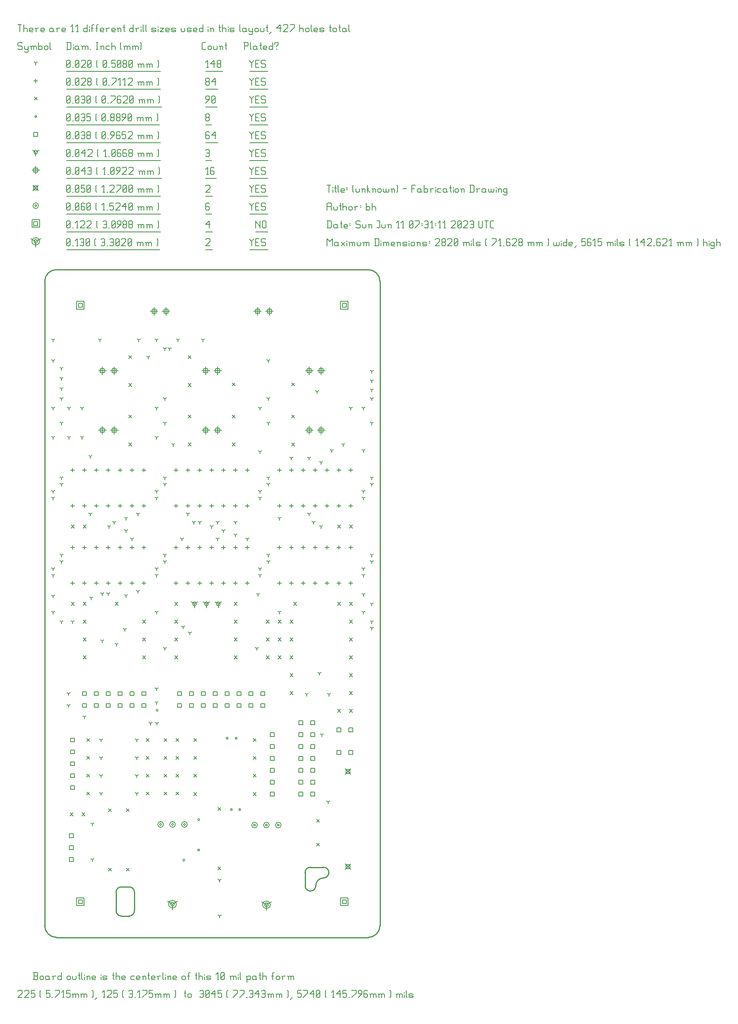
<source format=gbr>
G04 start of page 14 for group -3984 idx -3984 *
G04 Title: (unknown), fab *
G04 Creator: pcb 20091103 *
G04 CreationDate: Sun Jun 11 07:31:11 2023 UTC *
G04 For: bh *
G04 Format: Gerber/RS-274X *
G04 PCB-Dimensions: 370000 600000 *
G04 PCB-Coordinate-Origin: lower left *
%MOIN*%
%FSLAX25Y25*%
%LNFAB*%
%ADD15C,0.0100*%
%ADD35C,0.0060*%
%ADD47C,0.0080*%
G54D47*X130000Y54000D02*Y49200D01*
Y54000D02*X134160Y56400D01*
X130000Y54000D02*X125840Y56400D01*
X128400Y54000D02*G75*G03X131600Y54000I1600J0D01*G01*
G75*G03X128400Y54000I-1600J0D01*G01*
X126800D02*G75*G03X133200Y54000I3200J0D01*G01*
G75*G03X126800Y54000I-3200J0D01*G01*
X209000Y53500D02*Y48700D01*
Y53500D02*X213160Y55900D01*
X209000Y53500D02*X204840Y55900D01*
X207400Y53500D02*G75*G03X210600Y53500I1600J0D01*G01*
G75*G03X207400Y53500I-1600J0D01*G01*
X205800D02*G75*G03X212200Y53500I3200J0D01*G01*
G75*G03X205800Y53500I-3200J0D01*G01*
X15000Y611250D02*Y606450D01*
Y611250D02*X19160Y613650D01*
X15000Y611250D02*X10840Y613650D01*
X13400Y611250D02*G75*G03X16600Y611250I1600J0D01*G01*
G75*G03X13400Y611250I-1600J0D01*G01*
X11800D02*G75*G03X18200Y611250I3200J0D01*G01*
G75*G03X11800Y611250I-3200J0D01*G01*
G54D35*X195000Y613500D02*Y612750D01*
X196500Y611250D01*
X198000Y612750D01*
Y613500D02*Y612750D01*
X196500Y611250D02*Y607500D01*
X199801Y610500D02*X202051D01*
X199801Y607500D02*X202801D01*
X199801Y613500D02*Y607500D01*
Y613500D02*X202801D01*
X207603D02*X208353Y612750D01*
X205353Y613500D02*X207603D01*
X204603Y612750D02*X205353Y613500D01*
X204603Y612750D02*Y611250D01*
X205353Y610500D01*
X207603D01*
X208353Y609750D01*
Y608250D01*
X207603Y607500D02*X208353Y608250D01*
X205353Y607500D02*X207603D01*
X204603Y608250D02*X205353Y607500D01*
X195000Y604249D02*X210154D01*
X158000Y612750D02*X158750Y613500D01*
X161000D01*
X161750Y612750D01*
Y611250D01*
X158000Y607500D02*X161750Y611250D01*
X158000Y607500D02*X161750D01*
X158000Y604249D02*X163551D01*
X41000Y608250D02*X41750Y607500D01*
X41000Y612750D02*Y608250D01*
Y612750D02*X41750Y613500D01*
X43250D01*
X44000Y612750D01*
Y608250D01*
X43250Y607500D02*X44000Y608250D01*
X41750Y607500D02*X43250D01*
X41000Y609000D02*X44000Y612000D01*
X45801Y607500D02*X46551D01*
X49103D02*X50603D01*
X49853Y613500D02*Y607500D01*
X48353Y612000D02*X49853Y613500D01*
X52404Y612750D02*X53154Y613500D01*
X54654D01*
X55404Y612750D01*
Y608250D01*
X54654Y607500D02*X55404Y608250D01*
X53154Y607500D02*X54654D01*
X52404Y608250D02*X53154Y607500D01*
Y610500D02*X55404D01*
X57206Y608250D02*X57956Y607500D01*
X57206Y612750D02*Y608250D01*
Y612750D02*X57956Y613500D01*
X59456D01*
X60206Y612750D01*
Y608250D01*
X59456Y607500D02*X60206Y608250D01*
X57956Y607500D02*X59456D01*
X57206Y609000D02*X60206Y612000D01*
X64707Y608250D02*X65457Y607500D01*
X64707Y612750D02*X65457Y613500D01*
X64707Y612750D02*Y608250D01*
X69959Y612750D02*X70709Y613500D01*
X72209D01*
X72959Y612750D01*
Y608250D01*
X72209Y607500D02*X72959Y608250D01*
X70709Y607500D02*X72209D01*
X69959Y608250D02*X70709Y607500D01*
Y610500D02*X72959D01*
X74760Y607500D02*X75510D01*
X77312Y612750D02*X78062Y613500D01*
X79562D01*
X80312Y612750D01*
Y608250D01*
X79562Y607500D02*X80312Y608250D01*
X78062Y607500D02*X79562D01*
X77312Y608250D02*X78062Y607500D01*
Y610500D02*X80312D01*
X82113Y608250D02*X82863Y607500D01*
X82113Y612750D02*Y608250D01*
Y612750D02*X82863Y613500D01*
X84363D01*
X85113Y612750D01*
Y608250D01*
X84363Y607500D02*X85113Y608250D01*
X82863Y607500D02*X84363D01*
X82113Y609000D02*X85113Y612000D01*
X86915Y612750D02*X87665Y613500D01*
X89915D01*
X90665Y612750D01*
Y611250D01*
X86915Y607500D02*X90665Y611250D01*
X86915Y607500D02*X90665D01*
X92466Y608250D02*X93216Y607500D01*
X92466Y612750D02*Y608250D01*
Y612750D02*X93216Y613500D01*
X94716D01*
X95466Y612750D01*
Y608250D01*
X94716Y607500D02*X95466Y608250D01*
X93216Y607500D02*X94716D01*
X92466Y609000D02*X95466Y612000D01*
X100718Y609750D02*Y607500D01*
Y609750D02*X101468Y610500D01*
X102218D01*
X102968Y609750D01*
Y607500D01*
Y609750D02*X103718Y610500D01*
X104468D01*
X105218Y609750D01*
Y607500D01*
X99968Y610500D02*X100718Y609750D01*
X107769D02*Y607500D01*
Y609750D02*X108519Y610500D01*
X109269D01*
X110019Y609750D01*
Y607500D01*
Y609750D02*X110769Y610500D01*
X111519D01*
X112269Y609750D01*
Y607500D01*
X107019Y610500D02*X107769Y609750D01*
X116771Y613500D02*X117521Y612750D01*
Y608250D01*
X116771Y607500D02*X117521Y608250D01*
X41000Y604249D02*X119322D01*
X272900Y57600D02*X276100D01*
X272900D02*Y54400D01*
X276100D01*
Y57600D02*Y54400D01*
X271300Y59200D02*X277700D01*
X271300D02*Y52800D01*
X277700D01*
Y59200D02*Y52800D01*
X50900Y57600D02*X54100D01*
X50900D02*Y54400D01*
X54100D01*
Y57600D02*Y54400D01*
X49300Y59200D02*X55700D01*
X49300D02*Y52800D01*
X55700D01*
Y59200D02*Y52800D01*
X272900Y559100D02*X276100D01*
X272900D02*Y555900D01*
X276100D01*
Y559100D02*Y555900D01*
X271300Y560700D02*X277700D01*
X271300D02*Y554300D01*
X277700D01*
Y560700D02*Y554300D01*
X50900Y559100D02*X54100D01*
X50900D02*Y555900D01*
X54100D01*
Y559100D02*Y555900D01*
X49300Y560700D02*X55700D01*
X49300D02*Y554300D01*
X55700D01*
Y560700D02*Y554300D01*
X13400Y627850D02*X16600D01*
X13400D02*Y624650D01*
X16600D01*
Y627850D02*Y624650D01*
X11800Y629450D02*X18200D01*
X11800D02*Y623050D01*
X18200D01*
Y629450D02*Y623050D01*
X200000Y628500D02*Y622500D01*
Y628500D02*Y627750D01*
X203750Y624000D01*
Y628500D02*Y622500D01*
X205551Y627750D02*Y623250D01*
Y627750D02*X206301Y628500D01*
X207801D01*
X208551Y627750D01*
Y623250D01*
X207801Y622500D02*X208551Y623250D01*
X206301Y622500D02*X207801D01*
X205551Y623250D02*X206301Y622500D01*
X200000Y619249D02*X210353D01*
X158000Y625500D02*X161000Y628500D01*
X158000Y625500D02*X161750D01*
X161000Y628500D02*Y622500D01*
X158000Y619249D02*X163551D01*
X41000Y623250D02*X41750Y622500D01*
X41000Y627750D02*Y623250D01*
Y627750D02*X41750Y628500D01*
X43250D01*
X44000Y627750D01*
Y623250D01*
X43250Y622500D02*X44000Y623250D01*
X41750Y622500D02*X43250D01*
X41000Y624000D02*X44000Y627000D01*
X45801Y622500D02*X46551D01*
X49103D02*X50603D01*
X49853Y628500D02*Y622500D01*
X48353Y627000D02*X49853Y628500D01*
X52404Y627750D02*X53154Y628500D01*
X55404D01*
X56154Y627750D01*
Y626250D01*
X52404Y622500D02*X56154Y626250D01*
X52404Y622500D02*X56154D01*
X57956Y627750D02*X58706Y628500D01*
X60956D01*
X61706Y627750D01*
Y626250D01*
X57956Y622500D02*X61706Y626250D01*
X57956Y622500D02*X61706D01*
X66207Y623250D02*X66957Y622500D01*
X66207Y627750D02*X66957Y628500D01*
X66207Y627750D02*Y623250D01*
X71459Y627750D02*X72209Y628500D01*
X73709D01*
X74459Y627750D01*
Y623250D01*
X73709Y622500D02*X74459Y623250D01*
X72209Y622500D02*X73709D01*
X71459Y623250D02*X72209Y622500D01*
Y625500D02*X74459D01*
X76260Y622500D02*X77010D01*
X78812Y623250D02*X79562Y622500D01*
X78812Y627750D02*Y623250D01*
Y627750D02*X79562Y628500D01*
X81062D01*
X81812Y627750D01*
Y623250D01*
X81062Y622500D02*X81812Y623250D01*
X79562Y622500D02*X81062D01*
X78812Y624000D02*X81812Y627000D01*
X83613Y622500D02*X86613Y625500D01*
Y627750D02*Y625500D01*
X85863Y628500D02*X86613Y627750D01*
X84363Y628500D02*X85863D01*
X83613Y627750D02*X84363Y628500D01*
X83613Y627750D02*Y626250D01*
X84363Y625500D01*
X86613D01*
X88415Y623250D02*X89165Y622500D01*
X88415Y624750D02*Y623250D01*
Y624750D02*X89165Y625500D01*
X90665D01*
X91415Y624750D01*
Y623250D01*
X90665Y622500D02*X91415Y623250D01*
X89165Y622500D02*X90665D01*
X88415Y626250D02*X89165Y625500D01*
X88415Y627750D02*Y626250D01*
Y627750D02*X89165Y628500D01*
X90665D01*
X91415Y627750D01*
Y626250D01*
X90665Y625500D02*X91415Y626250D01*
X93216Y623250D02*X93966Y622500D01*
X93216Y624750D02*Y623250D01*
Y624750D02*X93966Y625500D01*
X95466D01*
X96216Y624750D01*
Y623250D01*
X95466Y622500D02*X96216Y623250D01*
X93966Y622500D02*X95466D01*
X93216Y626250D02*X93966Y625500D01*
X93216Y627750D02*Y626250D01*
Y627750D02*X93966Y628500D01*
X95466D01*
X96216Y627750D01*
Y626250D01*
X95466Y625500D02*X96216Y626250D01*
X101468Y624750D02*Y622500D01*
Y624750D02*X102218Y625500D01*
X102968D01*
X103718Y624750D01*
Y622500D01*
Y624750D02*X104468Y625500D01*
X105218D01*
X105968Y624750D01*
Y622500D01*
X100718Y625500D02*X101468Y624750D01*
X108519D02*Y622500D01*
Y624750D02*X109269Y625500D01*
X110019D01*
X110769Y624750D01*
Y622500D01*
Y624750D02*X111519Y625500D01*
X112269D01*
X113019Y624750D01*
Y622500D01*
X107769Y625500D02*X108519Y624750D01*
X117521Y628500D02*X118271Y627750D01*
Y623250D01*
X117521Y622500D02*X118271Y623250D01*
X41000Y619249D02*X120072D01*
X139200Y121000D02*G75*G03X140800Y121000I800J0D01*G01*
G75*G03X139200Y121000I-800J0D01*G01*
X137600D02*G75*G03X142400Y121000I2400J0D01*G01*
G75*G03X137600Y121000I-2400J0D01*G01*
X129200D02*G75*G03X130800Y121000I800J0D01*G01*
G75*G03X129200Y121000I-800J0D01*G01*
X127600D02*G75*G03X132400Y121000I2400J0D01*G01*
G75*G03X127600Y121000I-2400J0D01*G01*
X119200D02*G75*G03X120800Y121000I800J0D01*G01*
G75*G03X119200Y121000I-800J0D01*G01*
X117600D02*G75*G03X122400Y121000I2400J0D01*G01*
G75*G03X117600Y121000I-2400J0D01*G01*
X218200Y120500D02*G75*G03X219800Y120500I800J0D01*G01*
G75*G03X218200Y120500I-800J0D01*G01*
X216600D02*G75*G03X221400Y120500I2400J0D01*G01*
G75*G03X216600Y120500I-2400J0D01*G01*
X208200D02*G75*G03X209800Y120500I800J0D01*G01*
G75*G03X208200Y120500I-800J0D01*G01*
X206600D02*G75*G03X211400Y120500I2400J0D01*G01*
G75*G03X206600Y120500I-2400J0D01*G01*
X198200D02*G75*G03X199800Y120500I800J0D01*G01*
G75*G03X198200Y120500I-800J0D01*G01*
X196600D02*G75*G03X201400Y120500I2400J0D01*G01*
G75*G03X196600Y120500I-2400J0D01*G01*
X14200Y641250D02*G75*G03X15800Y641250I800J0D01*G01*
G75*G03X14200Y641250I-800J0D01*G01*
X12600D02*G75*G03X17400Y641250I2400J0D01*G01*
G75*G03X12600Y641250I-2400J0D01*G01*
X195000Y643500D02*Y642750D01*
X196500Y641250D01*
X198000Y642750D01*
Y643500D02*Y642750D01*
X196500Y641250D02*Y637500D01*
X199801Y640500D02*X202051D01*
X199801Y637500D02*X202801D01*
X199801Y643500D02*Y637500D01*
Y643500D02*X202801D01*
X207603D02*X208353Y642750D01*
X205353Y643500D02*X207603D01*
X204603Y642750D02*X205353Y643500D01*
X204603Y642750D02*Y641250D01*
X205353Y640500D01*
X207603D01*
X208353Y639750D01*
Y638250D01*
X207603Y637500D02*X208353Y638250D01*
X205353Y637500D02*X207603D01*
X204603Y638250D02*X205353Y637500D01*
X195000Y634249D02*X210154D01*
X160250Y643500D02*X161000Y642750D01*
X158750Y643500D02*X160250D01*
X158000Y642750D02*X158750Y643500D01*
X158000Y642750D02*Y638250D01*
X158750Y637500D01*
X160250Y640500D02*X161000Y639750D01*
X158000Y640500D02*X160250D01*
X158750Y637500D02*X160250D01*
X161000Y638250D01*
Y639750D02*Y638250D01*
X158000Y634249D02*X162801D01*
X41000Y638250D02*X41750Y637500D01*
X41000Y642750D02*Y638250D01*
Y642750D02*X41750Y643500D01*
X43250D01*
X44000Y642750D01*
Y638250D01*
X43250Y637500D02*X44000Y638250D01*
X41750Y637500D02*X43250D01*
X41000Y639000D02*X44000Y642000D01*
X45801Y637500D02*X46551D01*
X48353Y638250D02*X49103Y637500D01*
X48353Y642750D02*Y638250D01*
Y642750D02*X49103Y643500D01*
X50603D01*
X51353Y642750D01*
Y638250D01*
X50603Y637500D02*X51353Y638250D01*
X49103Y637500D02*X50603D01*
X48353Y639000D02*X51353Y642000D01*
X55404Y643500D02*X56154Y642750D01*
X53904Y643500D02*X55404D01*
X53154Y642750D02*X53904Y643500D01*
X53154Y642750D02*Y638250D01*
X53904Y637500D01*
X55404Y640500D02*X56154Y639750D01*
X53154Y640500D02*X55404D01*
X53904Y637500D02*X55404D01*
X56154Y638250D01*
Y639750D02*Y638250D01*
X57956D02*X58706Y637500D01*
X57956Y642750D02*Y638250D01*
Y642750D02*X58706Y643500D01*
X60206D01*
X60956Y642750D01*
Y638250D01*
X60206Y637500D02*X60956Y638250D01*
X58706Y637500D02*X60206D01*
X57956Y639000D02*X60956Y642000D01*
X65457Y638250D02*X66207Y637500D01*
X65457Y642750D02*X66207Y643500D01*
X65457Y642750D02*Y638250D01*
X71459Y637500D02*X72959D01*
X72209Y643500D02*Y637500D01*
X70709Y642000D02*X72209Y643500D01*
X74760Y637500D02*X75510D01*
X77312Y643500D02*X80312D01*
X77312D02*Y640500D01*
X78062Y641250D01*
X79562D01*
X80312Y640500D01*
Y638250D01*
X79562Y637500D02*X80312Y638250D01*
X78062Y637500D02*X79562D01*
X77312Y638250D02*X78062Y637500D01*
X82113Y642750D02*X82863Y643500D01*
X85113D01*
X85863Y642750D01*
Y641250D01*
X82113Y637500D02*X85863Y641250D01*
X82113Y637500D02*X85863D01*
X87665Y640500D02*X90665Y643500D01*
X87665Y640500D02*X91415D01*
X90665Y643500D02*Y637500D01*
X93216Y638250D02*X93966Y637500D01*
X93216Y642750D02*Y638250D01*
Y642750D02*X93966Y643500D01*
X95466D01*
X96216Y642750D01*
Y638250D01*
X95466Y637500D02*X96216Y638250D01*
X93966Y637500D02*X95466D01*
X93216Y639000D02*X96216Y642000D01*
X101468Y639750D02*Y637500D01*
Y639750D02*X102218Y640500D01*
X102968D01*
X103718Y639750D01*
Y637500D01*
Y639750D02*X104468Y640500D01*
X105218D01*
X105968Y639750D01*
Y637500D01*
X100718Y640500D02*X101468Y639750D01*
X108519D02*Y637500D01*
Y639750D02*X109269Y640500D01*
X110019D01*
X110769Y639750D01*
Y637500D01*
Y639750D02*X111519Y640500D01*
X112269D01*
X113019Y639750D01*
Y637500D01*
X107769Y640500D02*X108519Y639750D01*
X117521Y643500D02*X118271Y642750D01*
Y638250D01*
X117521Y637500D02*X118271Y638250D01*
X41000Y634249D02*X120072D01*
X275100Y167900D02*X279900Y163100D01*
X275100D02*X279900Y167900D01*
X275900Y167100D02*X279100D01*
X275900D02*Y163900D01*
X279100D01*
Y167100D02*Y163900D01*
X275100Y87900D02*X279900Y83100D01*
X275100D02*X279900Y87900D01*
X275900Y87100D02*X279100D01*
X275900D02*Y83900D01*
X279100D01*
Y87100D02*Y83900D01*
X12600Y658650D02*X17400Y653850D01*
X12600D02*X17400Y658650D01*
X13400Y657850D02*X16600D01*
X13400D02*Y654650D01*
X16600D01*
Y657850D02*Y654650D01*
X195000Y658500D02*Y657750D01*
X196500Y656250D01*
X198000Y657750D01*
Y658500D02*Y657750D01*
X196500Y656250D02*Y652500D01*
X199801Y655500D02*X202051D01*
X199801Y652500D02*X202801D01*
X199801Y658500D02*Y652500D01*
Y658500D02*X202801D01*
X207603D02*X208353Y657750D01*
X205353Y658500D02*X207603D01*
X204603Y657750D02*X205353Y658500D01*
X204603Y657750D02*Y656250D01*
X205353Y655500D01*
X207603D01*
X208353Y654750D01*
Y653250D01*
X207603Y652500D02*X208353Y653250D01*
X205353Y652500D02*X207603D01*
X204603Y653250D02*X205353Y652500D01*
X195000Y649249D02*X210154D01*
X158000Y657750D02*X158750Y658500D01*
X161000D01*
X161750Y657750D01*
Y656250D01*
X158000Y652500D02*X161750Y656250D01*
X158000Y652500D02*X161750D01*
X158000Y649249D02*X163551D01*
X41000Y653250D02*X41750Y652500D01*
X41000Y657750D02*Y653250D01*
Y657750D02*X41750Y658500D01*
X43250D01*
X44000Y657750D01*
Y653250D01*
X43250Y652500D02*X44000Y653250D01*
X41750Y652500D02*X43250D01*
X41000Y654000D02*X44000Y657000D01*
X45801Y652500D02*X46551D01*
X48353Y653250D02*X49103Y652500D01*
X48353Y657750D02*Y653250D01*
Y657750D02*X49103Y658500D01*
X50603D01*
X51353Y657750D01*
Y653250D01*
X50603Y652500D02*X51353Y653250D01*
X49103Y652500D02*X50603D01*
X48353Y654000D02*X51353Y657000D01*
X53154Y658500D02*X56154D01*
X53154D02*Y655500D01*
X53904Y656250D01*
X55404D01*
X56154Y655500D01*
Y653250D01*
X55404Y652500D02*X56154Y653250D01*
X53904Y652500D02*X55404D01*
X53154Y653250D02*X53904Y652500D01*
X57956Y653250D02*X58706Y652500D01*
X57956Y657750D02*Y653250D01*
Y657750D02*X58706Y658500D01*
X60206D01*
X60956Y657750D01*
Y653250D01*
X60206Y652500D02*X60956Y653250D01*
X58706Y652500D02*X60206D01*
X57956Y654000D02*X60956Y657000D01*
X65457Y653250D02*X66207Y652500D01*
X65457Y657750D02*X66207Y658500D01*
X65457Y657750D02*Y653250D01*
X71459Y652500D02*X72959D01*
X72209Y658500D02*Y652500D01*
X70709Y657000D02*X72209Y658500D01*
X74760Y652500D02*X75510D01*
X77312Y657750D02*X78062Y658500D01*
X80312D01*
X81062Y657750D01*
Y656250D01*
X77312Y652500D02*X81062Y656250D01*
X77312Y652500D02*X81062D01*
X82863D02*X86613Y656250D01*
Y658500D02*Y656250D01*
X82863Y658500D02*X86613D01*
X88415Y653250D02*X89165Y652500D01*
X88415Y657750D02*Y653250D01*
Y657750D02*X89165Y658500D01*
X90665D01*
X91415Y657750D01*
Y653250D01*
X90665Y652500D02*X91415Y653250D01*
X89165Y652500D02*X90665D01*
X88415Y654000D02*X91415Y657000D01*
X93216Y653250D02*X93966Y652500D01*
X93216Y657750D02*Y653250D01*
Y657750D02*X93966Y658500D01*
X95466D01*
X96216Y657750D01*
Y653250D01*
X95466Y652500D02*X96216Y653250D01*
X93966Y652500D02*X95466D01*
X93216Y654000D02*X96216Y657000D01*
X101468Y654750D02*Y652500D01*
Y654750D02*X102218Y655500D01*
X102968D01*
X103718Y654750D01*
Y652500D01*
Y654750D02*X104468Y655500D01*
X105218D01*
X105968Y654750D01*
Y652500D01*
X100718Y655500D02*X101468Y654750D01*
X108519D02*Y652500D01*
Y654750D02*X109269Y655500D01*
X110019D01*
X110769Y654750D01*
Y652500D01*
Y654750D02*X111519Y655500D01*
X112269D01*
X113019Y654750D01*
Y652500D01*
X107769Y655500D02*X108519Y654750D01*
X117521Y658500D02*X118271Y657750D01*
Y653250D01*
X117521Y652500D02*X118271Y653250D01*
X41000Y649249D02*X120072D01*
X158000Y505700D02*Y499300D01*
X154800Y502500D02*X161200D01*
X156400Y504100D02*X159600D01*
X156400D02*Y500900D01*
X159600D01*
Y504100D02*Y500900D01*
X168000Y505700D02*Y499300D01*
X164800Y502500D02*X171200D01*
X166400Y504100D02*X169600D01*
X166400D02*Y500900D01*
X169600D01*
Y504100D02*Y500900D01*
X71000Y505700D02*Y499300D01*
X67800Y502500D02*X74200D01*
X69400Y504100D02*X72600D01*
X69400D02*Y500900D01*
X72600D01*
Y504100D02*Y500900D01*
X81000Y505700D02*Y499300D01*
X77800Y502500D02*X84200D01*
X79400Y504100D02*X82600D01*
X79400D02*Y500900D01*
X82600D01*
Y504100D02*Y500900D01*
X245000Y455700D02*Y449300D01*
X241800Y452500D02*X248200D01*
X243400Y454100D02*X246600D01*
X243400D02*Y450900D01*
X246600D01*
Y454100D02*Y450900D01*
X255000Y455700D02*Y449300D01*
X251800Y452500D02*X258200D01*
X253400Y454100D02*X256600D01*
X253400D02*Y450900D01*
X256600D01*
Y454100D02*Y450900D01*
X245000Y505700D02*Y499300D01*
X241800Y502500D02*X248200D01*
X243400Y504100D02*X246600D01*
X243400D02*Y500900D01*
X246600D01*
Y504100D02*Y500900D01*
X255000Y505700D02*Y499300D01*
X251800Y502500D02*X258200D01*
X253400Y504100D02*X256600D01*
X253400D02*Y500900D01*
X256600D01*
Y504100D02*Y500900D01*
X114500Y555700D02*Y549300D01*
X111300Y552500D02*X117700D01*
X112900Y554100D02*X116100D01*
X112900D02*Y550900D01*
X116100D01*
Y554100D02*Y550900D01*
X124500Y555700D02*Y549300D01*
X121300Y552500D02*X127700D01*
X122900Y554100D02*X126100D01*
X122900D02*Y550900D01*
X126100D01*
Y554100D02*Y550900D01*
X201500Y555700D02*Y549300D01*
X198300Y552500D02*X204700D01*
X199900Y554100D02*X203100D01*
X199900D02*Y550900D01*
X203100D01*
Y554100D02*Y550900D01*
X211500Y555700D02*Y549300D01*
X208300Y552500D02*X214700D01*
X209900Y554100D02*X213100D01*
X209900D02*Y550900D01*
X213100D01*
Y554100D02*Y550900D01*
X71000Y455700D02*Y449300D01*
X67800Y452500D02*X74200D01*
X69400Y454100D02*X72600D01*
X69400D02*Y450900D01*
X72600D01*
Y454100D02*Y450900D01*
X81000Y455700D02*Y449300D01*
X77800Y452500D02*X84200D01*
X79400Y454100D02*X82600D01*
X79400D02*Y450900D01*
X82600D01*
Y454100D02*Y450900D01*
X158000Y455700D02*Y449300D01*
X154800Y452500D02*X161200D01*
X156400Y454100D02*X159600D01*
X156400D02*Y450900D01*
X159600D01*
Y454100D02*Y450900D01*
X168000Y455700D02*Y449300D01*
X164800Y452500D02*X171200D01*
X166400Y454100D02*X169600D01*
X166400D02*Y450900D01*
X169600D01*
Y454100D02*Y450900D01*
X15000Y674450D02*Y668050D01*
X11800Y671250D02*X18200D01*
X13400Y672850D02*X16600D01*
X13400D02*Y669650D01*
X16600D01*
Y672850D02*Y669650D01*
X195000Y673500D02*Y672750D01*
X196500Y671250D01*
X198000Y672750D01*
Y673500D02*Y672750D01*
X196500Y671250D02*Y667500D01*
X199801Y670500D02*X202051D01*
X199801Y667500D02*X202801D01*
X199801Y673500D02*Y667500D01*
Y673500D02*X202801D01*
X207603D02*X208353Y672750D01*
X205353Y673500D02*X207603D01*
X204603Y672750D02*X205353Y673500D01*
X204603Y672750D02*Y671250D01*
X205353Y670500D01*
X207603D01*
X208353Y669750D01*
Y668250D01*
X207603Y667500D02*X208353Y668250D01*
X205353Y667500D02*X207603D01*
X204603Y668250D02*X205353Y667500D01*
X195000Y664249D02*X210154D01*
X158750Y667500D02*X160250D01*
X159500Y673500D02*Y667500D01*
X158000Y672000D02*X159500Y673500D01*
X164301D02*X165051Y672750D01*
X162801Y673500D02*X164301D01*
X162051Y672750D02*X162801Y673500D01*
X162051Y672750D02*Y668250D01*
X162801Y667500D01*
X164301Y670500D02*X165051Y669750D01*
X162051Y670500D02*X164301D01*
X162801Y667500D02*X164301D01*
X165051Y668250D01*
Y669750D02*Y668250D01*
X158000Y664249D02*X166853D01*
X41000Y668250D02*X41750Y667500D01*
X41000Y672750D02*Y668250D01*
Y672750D02*X41750Y673500D01*
X43250D01*
X44000Y672750D01*
Y668250D01*
X43250Y667500D02*X44000Y668250D01*
X41750Y667500D02*X43250D01*
X41000Y669000D02*X44000Y672000D01*
X45801Y667500D02*X46551D01*
X48353Y668250D02*X49103Y667500D01*
X48353Y672750D02*Y668250D01*
Y672750D02*X49103Y673500D01*
X50603D01*
X51353Y672750D01*
Y668250D01*
X50603Y667500D02*X51353Y668250D01*
X49103Y667500D02*X50603D01*
X48353Y669000D02*X51353Y672000D01*
X53154Y670500D02*X56154Y673500D01*
X53154Y670500D02*X56904D01*
X56154Y673500D02*Y667500D01*
X58706Y672750D02*X59456Y673500D01*
X60956D01*
X61706Y672750D01*
Y668250D01*
X60956Y667500D02*X61706Y668250D01*
X59456Y667500D02*X60956D01*
X58706Y668250D02*X59456Y667500D01*
Y670500D02*X61706D01*
X66207Y668250D02*X66957Y667500D01*
X66207Y672750D02*X66957Y673500D01*
X66207Y672750D02*Y668250D01*
X72209Y667500D02*X73709D01*
X72959Y673500D02*Y667500D01*
X71459Y672000D02*X72959Y673500D01*
X75510Y667500D02*X76260D01*
X78062Y668250D02*X78812Y667500D01*
X78062Y672750D02*Y668250D01*
Y672750D02*X78812Y673500D01*
X80312D01*
X81062Y672750D01*
Y668250D01*
X80312Y667500D02*X81062Y668250D01*
X78812Y667500D02*X80312D01*
X78062Y669000D02*X81062Y672000D01*
X82863Y667500D02*X85863Y670500D01*
Y672750D02*Y670500D01*
X85113Y673500D02*X85863Y672750D01*
X83613Y673500D02*X85113D01*
X82863Y672750D02*X83613Y673500D01*
X82863Y672750D02*Y671250D01*
X83613Y670500D01*
X85863D01*
X87665Y672750D02*X88415Y673500D01*
X90665D01*
X91415Y672750D01*
Y671250D01*
X87665Y667500D02*X91415Y671250D01*
X87665Y667500D02*X91415D01*
X93216Y672750D02*X93966Y673500D01*
X96216D01*
X96966Y672750D01*
Y671250D01*
X93216Y667500D02*X96966Y671250D01*
X93216Y667500D02*X96966D01*
X102218Y669750D02*Y667500D01*
Y669750D02*X102968Y670500D01*
X103718D01*
X104468Y669750D01*
Y667500D01*
Y669750D02*X105218Y670500D01*
X105968D01*
X106718Y669750D01*
Y667500D01*
X101468Y670500D02*X102218Y669750D01*
X109269D02*Y667500D01*
Y669750D02*X110019Y670500D01*
X110769D01*
X111519Y669750D01*
Y667500D01*
Y669750D02*X112269Y670500D01*
X113019D01*
X113769Y669750D01*
Y667500D01*
X108519Y670500D02*X109269Y669750D01*
X118271Y673500D02*X119021Y672750D01*
Y668250D01*
X118271Y667500D02*X119021Y668250D01*
X41000Y664249D02*X120822D01*
X168500Y306500D02*Y303300D01*
Y306500D02*X171273Y308100D01*
X168500Y306500D02*X165727Y308100D01*
X166900Y306500D02*G75*G03X170100Y306500I1600J0D01*G01*
G75*G03X166900Y306500I-1600J0D01*G01*
X158500D02*Y303300D01*
Y306500D02*X161273Y308100D01*
X158500Y306500D02*X155727Y308100D01*
X156900Y306500D02*G75*G03X160100Y306500I1600J0D01*G01*
G75*G03X156900Y306500I-1600J0D01*G01*
X148500D02*Y303300D01*
Y306500D02*X151273Y308100D01*
X148500Y306500D02*X145727Y308100D01*
X146900Y306500D02*G75*G03X150100Y306500I1600J0D01*G01*
G75*G03X146900Y306500I-1600J0D01*G01*
X15000Y686250D02*Y683050D01*
Y686250D02*X17773Y687850D01*
X15000Y686250D02*X12227Y687850D01*
X13400Y686250D02*G75*G03X16600Y686250I1600J0D01*G01*
G75*G03X13400Y686250I-1600J0D01*G01*
X195000Y688500D02*Y687750D01*
X196500Y686250D01*
X198000Y687750D01*
Y688500D02*Y687750D01*
X196500Y686250D02*Y682500D01*
X199801Y685500D02*X202051D01*
X199801Y682500D02*X202801D01*
X199801Y688500D02*Y682500D01*
Y688500D02*X202801D01*
X207603D02*X208353Y687750D01*
X205353Y688500D02*X207603D01*
X204603Y687750D02*X205353Y688500D01*
X204603Y687750D02*Y686250D01*
X205353Y685500D01*
X207603D01*
X208353Y684750D01*
Y683250D01*
X207603Y682500D02*X208353Y683250D01*
X205353Y682500D02*X207603D01*
X204603Y683250D02*X205353Y682500D01*
X195000Y679249D02*X210154D01*
X158000Y687750D02*X158750Y688500D01*
X160250D01*
X161000Y687750D01*
Y683250D01*
X160250Y682500D02*X161000Y683250D01*
X158750Y682500D02*X160250D01*
X158000Y683250D02*X158750Y682500D01*
Y685500D02*X161000D01*
X158000Y679249D02*X162801D01*
X41000Y683250D02*X41750Y682500D01*
X41000Y687750D02*Y683250D01*
Y687750D02*X41750Y688500D01*
X43250D01*
X44000Y687750D01*
Y683250D01*
X43250Y682500D02*X44000Y683250D01*
X41750Y682500D02*X43250D01*
X41000Y684000D02*X44000Y687000D01*
X45801Y682500D02*X46551D01*
X48353Y683250D02*X49103Y682500D01*
X48353Y687750D02*Y683250D01*
Y687750D02*X49103Y688500D01*
X50603D01*
X51353Y687750D01*
Y683250D01*
X50603Y682500D02*X51353Y683250D01*
X49103Y682500D02*X50603D01*
X48353Y684000D02*X51353Y687000D01*
X53154Y685500D02*X56154Y688500D01*
X53154Y685500D02*X56904D01*
X56154Y688500D02*Y682500D01*
X58706Y687750D02*X59456Y688500D01*
X61706D01*
X62456Y687750D01*
Y686250D01*
X58706Y682500D02*X62456Y686250D01*
X58706Y682500D02*X62456D01*
X66957Y683250D02*X67707Y682500D01*
X66957Y687750D02*X67707Y688500D01*
X66957Y687750D02*Y683250D01*
X72959Y682500D02*X74459D01*
X73709Y688500D02*Y682500D01*
X72209Y687000D02*X73709Y688500D01*
X76260Y682500D02*X77010D01*
X78812Y683250D02*X79562Y682500D01*
X78812Y687750D02*Y683250D01*
Y687750D02*X79562Y688500D01*
X81062D01*
X81812Y687750D01*
Y683250D01*
X81062Y682500D02*X81812Y683250D01*
X79562Y682500D02*X81062D01*
X78812Y684000D02*X81812Y687000D01*
X85863Y688500D02*X86613Y687750D01*
X84363Y688500D02*X85863D01*
X83613Y687750D02*X84363Y688500D01*
X83613Y687750D02*Y683250D01*
X84363Y682500D01*
X85863Y685500D02*X86613Y684750D01*
X83613Y685500D02*X85863D01*
X84363Y682500D02*X85863D01*
X86613Y683250D01*
Y684750D02*Y683250D01*
X90665Y688500D02*X91415Y687750D01*
X89165Y688500D02*X90665D01*
X88415Y687750D02*X89165Y688500D01*
X88415Y687750D02*Y683250D01*
X89165Y682500D01*
X90665Y685500D02*X91415Y684750D01*
X88415Y685500D02*X90665D01*
X89165Y682500D02*X90665D01*
X91415Y683250D01*
Y684750D02*Y683250D01*
X93216D02*X93966Y682500D01*
X93216Y684750D02*Y683250D01*
Y684750D02*X93966Y685500D01*
X95466D01*
X96216Y684750D01*
Y683250D01*
X95466Y682500D02*X96216Y683250D01*
X93966Y682500D02*X95466D01*
X93216Y686250D02*X93966Y685500D01*
X93216Y687750D02*Y686250D01*
Y687750D02*X93966Y688500D01*
X95466D01*
X96216Y687750D01*
Y686250D01*
X95466Y685500D02*X96216Y686250D01*
X101468Y684750D02*Y682500D01*
Y684750D02*X102218Y685500D01*
X102968D01*
X103718Y684750D01*
Y682500D01*
Y684750D02*X104468Y685500D01*
X105218D01*
X105968Y684750D01*
Y682500D01*
X100718Y685500D02*X101468Y684750D01*
X108519D02*Y682500D01*
Y684750D02*X109269Y685500D01*
X110019D01*
X110769Y684750D01*
Y682500D01*
Y684750D02*X111519Y685500D01*
X112269D01*
X113019Y684750D01*
Y682500D01*
X107769Y685500D02*X108519Y684750D01*
X117521Y688500D02*X118271Y687750D01*
Y683250D01*
X117521Y682500D02*X118271Y683250D01*
X41000Y679249D02*X120072D01*
X246400Y208100D02*X249600D01*
X246400D02*Y204900D01*
X249600D01*
Y208100D02*Y204900D01*
X246400Y198100D02*X249600D01*
X246400D02*Y194900D01*
X249600D01*
Y198100D02*Y194900D01*
X246400Y188100D02*X249600D01*
X246400D02*Y184900D01*
X249600D01*
Y188100D02*Y184900D01*
X246400Y178100D02*X249600D01*
X246400D02*Y174900D01*
X249600D01*
Y178100D02*Y174900D01*
X246400Y168100D02*X249600D01*
X246400D02*Y164900D01*
X249600D01*
Y168100D02*Y164900D01*
X246400Y158100D02*X249600D01*
X246400D02*Y154900D01*
X249600D01*
Y158100D02*Y154900D01*
X246400Y148100D02*X249600D01*
X246400D02*Y144900D01*
X249600D01*
Y148100D02*Y144900D01*
X212400Y148100D02*X215600D01*
X212400D02*Y144900D01*
X215600D01*
Y148100D02*Y144900D01*
X212400Y158100D02*X215600D01*
X212400D02*Y154900D01*
X215600D01*
Y158100D02*Y154900D01*
X212400Y168100D02*X215600D01*
X212400D02*Y164900D01*
X215600D01*
Y168100D02*Y164900D01*
X212400Y178100D02*X215600D01*
X212400D02*Y174900D01*
X215600D01*
Y178100D02*Y174900D01*
X212400Y188100D02*X215600D01*
X212400D02*Y184900D01*
X215600D01*
Y188100D02*Y184900D01*
X43400Y113100D02*X46600D01*
X43400D02*Y109900D01*
X46600D01*
Y113100D02*Y109900D01*
X43400Y103100D02*X46600D01*
X43400D02*Y99900D01*
X46600D01*
Y103100D02*Y99900D01*
X43400Y93100D02*X46600D01*
X43400D02*Y89900D01*
X46600D01*
Y93100D02*Y89900D01*
X134400Y232600D02*X137600D01*
X134400D02*Y229400D01*
X137600D01*
Y232600D02*Y229400D01*
X144400Y232600D02*X147600D01*
X144400D02*Y229400D01*
X147600D01*
Y232600D02*Y229400D01*
X154400Y232600D02*X157600D01*
X154400D02*Y229400D01*
X157600D01*
Y232600D02*Y229400D01*
X164400Y232600D02*X167600D01*
X164400D02*Y229400D01*
X167600D01*
Y232600D02*Y229400D01*
X174400Y232600D02*X177600D01*
X174400D02*Y229400D01*
X177600D01*
Y232600D02*Y229400D01*
X184400Y232600D02*X187600D01*
X184400D02*Y229400D01*
X187600D01*
Y232600D02*Y229400D01*
X194400Y232600D02*X197600D01*
X194400D02*Y229400D01*
X197600D01*
Y232600D02*Y229400D01*
X204400Y232600D02*X207600D01*
X204400D02*Y229400D01*
X207600D01*
Y232600D02*Y229400D01*
X134400Y222600D02*X137600D01*
X134400D02*Y219400D01*
X137600D01*
Y222600D02*Y219400D01*
X144400Y222600D02*X147600D01*
X144400D02*Y219400D01*
X147600D01*
Y222600D02*Y219400D01*
X154400Y222600D02*X157600D01*
X154400D02*Y219400D01*
X157600D01*
Y222600D02*Y219400D01*
X164400Y222600D02*X167600D01*
X164400D02*Y219400D01*
X167600D01*
Y222600D02*Y219400D01*
X174400Y222600D02*X177600D01*
X174400D02*Y219400D01*
X177600D01*
Y222600D02*Y219400D01*
X184400Y222600D02*X187600D01*
X184400D02*Y219400D01*
X187600D01*
Y222600D02*Y219400D01*
X194400Y222600D02*X197600D01*
X194400D02*Y219400D01*
X197600D01*
Y222600D02*Y219400D01*
X204400Y222600D02*X207600D01*
X204400D02*Y219400D01*
X207600D01*
Y222600D02*Y219400D01*
X54400Y222600D02*X57600D01*
X54400D02*Y219400D01*
X57600D01*
Y222600D02*Y219400D01*
X64400Y222600D02*X67600D01*
X64400D02*Y219400D01*
X67600D01*
Y222600D02*Y219400D01*
X74400Y222600D02*X77600D01*
X74400D02*Y219400D01*
X77600D01*
Y222600D02*Y219400D01*
X84400Y222600D02*X87600D01*
X84400D02*Y219400D01*
X87600D01*
Y222600D02*Y219400D01*
X94400Y222600D02*X97600D01*
X94400D02*Y219400D01*
X97600D01*
Y222600D02*Y219400D01*
X104400Y222600D02*X107600D01*
X104400D02*Y219400D01*
X107600D01*
Y222600D02*Y219400D01*
X54400Y232600D02*X57600D01*
X54400D02*Y229400D01*
X57600D01*
Y232600D02*Y229400D01*
X64400Y232600D02*X67600D01*
X64400D02*Y229400D01*
X67600D01*
Y232600D02*Y229400D01*
X74400Y232600D02*X77600D01*
X74400D02*Y229400D01*
X77600D01*
Y232600D02*Y229400D01*
X84400Y232600D02*X87600D01*
X84400D02*Y229400D01*
X87600D01*
Y232600D02*Y229400D01*
X94400Y232600D02*X97600D01*
X94400D02*Y229400D01*
X97600D01*
Y232600D02*Y229400D01*
X104400Y232600D02*X107600D01*
X104400D02*Y229400D01*
X107600D01*
Y232600D02*Y229400D01*
X236400Y208100D02*X239600D01*
X236400D02*Y204900D01*
X239600D01*
Y208100D02*Y204900D01*
X236400Y198100D02*X239600D01*
X236400D02*Y194900D01*
X239600D01*
Y198100D02*Y194900D01*
X236400Y188100D02*X239600D01*
X236400D02*Y184900D01*
X239600D01*
Y188100D02*Y184900D01*
X236400Y178100D02*X239600D01*
X236400D02*Y174900D01*
X239600D01*
Y178100D02*Y174900D01*
X236400Y168100D02*X239600D01*
X236400D02*Y164900D01*
X239600D01*
Y168100D02*Y164900D01*
X236400Y158100D02*X239600D01*
X236400D02*Y154900D01*
X239600D01*
Y158100D02*Y154900D01*
X236400Y148100D02*X239600D01*
X236400D02*Y144900D01*
X239600D01*
Y148100D02*Y144900D01*
X44400Y193600D02*X47600D01*
X44400D02*Y190400D01*
X47600D01*
Y193600D02*Y190400D01*
X44400Y183600D02*X47600D01*
X44400D02*Y180400D01*
X47600D01*
Y183600D02*Y180400D01*
X44400Y173600D02*X47600D01*
X44400D02*Y170400D01*
X47600D01*
Y173600D02*Y170400D01*
X44400Y163600D02*X47600D01*
X44400D02*Y160400D01*
X47600D01*
Y163600D02*Y160400D01*
X44400Y153600D02*X47600D01*
X44400D02*Y150400D01*
X47600D01*
Y153600D02*Y150400D01*
X268400Y183100D02*X271600D01*
X268400D02*Y179900D01*
X271600D01*
Y183100D02*Y179900D01*
X278400Y183100D02*X281600D01*
X278400D02*Y179900D01*
X281600D01*
Y183100D02*Y179900D01*
X268400Y202100D02*X271600D01*
X268400D02*Y198900D01*
X271600D01*
Y202100D02*Y198900D01*
X278400Y202100D02*X281600D01*
X278400D02*Y198900D01*
X281600D01*
Y202100D02*Y198900D01*
X212400Y198100D02*X215600D01*
X212400D02*Y194900D01*
X215600D01*
Y198100D02*Y194900D01*
X212400Y188100D02*X215600D01*
X212400D02*Y184900D01*
X215600D01*
Y188100D02*Y184900D01*
X212400Y178100D02*X215600D01*
X212400D02*Y174900D01*
X215600D01*
Y178100D02*Y174900D01*
X212400Y168100D02*X215600D01*
X212400D02*Y164900D01*
X215600D01*
Y168100D02*Y164900D01*
X212400Y158100D02*X215600D01*
X212400D02*Y154900D01*
X215600D01*
Y158100D02*Y154900D01*
X13400Y702850D02*X16600D01*
X13400D02*Y699650D01*
X16600D01*
Y702850D02*Y699650D01*
X195000Y703500D02*Y702750D01*
X196500Y701250D01*
X198000Y702750D01*
Y703500D02*Y702750D01*
X196500Y701250D02*Y697500D01*
X199801Y700500D02*X202051D01*
X199801Y697500D02*X202801D01*
X199801Y703500D02*Y697500D01*
Y703500D02*X202801D01*
X207603D02*X208353Y702750D01*
X205353Y703500D02*X207603D01*
X204603Y702750D02*X205353Y703500D01*
X204603Y702750D02*Y701250D01*
X205353Y700500D01*
X207603D01*
X208353Y699750D01*
Y698250D01*
X207603Y697500D02*X208353Y698250D01*
X205353Y697500D02*X207603D01*
X204603Y698250D02*X205353Y697500D01*
X195000Y694249D02*X210154D01*
X160250Y703500D02*X161000Y702750D01*
X158750Y703500D02*X160250D01*
X158000Y702750D02*X158750Y703500D01*
X158000Y702750D02*Y698250D01*
X158750Y697500D01*
X160250Y700500D02*X161000Y699750D01*
X158000Y700500D02*X160250D01*
X158750Y697500D02*X160250D01*
X161000Y698250D01*
Y699750D02*Y698250D01*
X162801Y700500D02*X165801Y703500D01*
X162801Y700500D02*X166551D01*
X165801Y703500D02*Y697500D01*
X158000Y694249D02*X168353D01*
X41000Y698250D02*X41750Y697500D01*
X41000Y702750D02*Y698250D01*
Y702750D02*X41750Y703500D01*
X43250D01*
X44000Y702750D01*
Y698250D01*
X43250Y697500D02*X44000Y698250D01*
X41750Y697500D02*X43250D01*
X41000Y699000D02*X44000Y702000D01*
X45801Y697500D02*X46551D01*
X48353Y698250D02*X49103Y697500D01*
X48353Y702750D02*Y698250D01*
Y702750D02*X49103Y703500D01*
X50603D01*
X51353Y702750D01*
Y698250D01*
X50603Y697500D02*X51353Y698250D01*
X49103Y697500D02*X50603D01*
X48353Y699000D02*X51353Y702000D01*
X53154Y702750D02*X53904Y703500D01*
X55404D01*
X56154Y702750D01*
Y698250D01*
X55404Y697500D02*X56154Y698250D01*
X53904Y697500D02*X55404D01*
X53154Y698250D02*X53904Y697500D01*
Y700500D02*X56154D01*
X57956Y698250D02*X58706Y697500D01*
X57956Y699750D02*Y698250D01*
Y699750D02*X58706Y700500D01*
X60206D01*
X60956Y699750D01*
Y698250D01*
X60206Y697500D02*X60956Y698250D01*
X58706Y697500D02*X60206D01*
X57956Y701250D02*X58706Y700500D01*
X57956Y702750D02*Y701250D01*
Y702750D02*X58706Y703500D01*
X60206D01*
X60956Y702750D01*
Y701250D01*
X60206Y700500D02*X60956Y701250D01*
X65457Y698250D02*X66207Y697500D01*
X65457Y702750D02*X66207Y703500D01*
X65457Y702750D02*Y698250D01*
X70709D02*X71459Y697500D01*
X70709Y702750D02*Y698250D01*
Y702750D02*X71459Y703500D01*
X72959D01*
X73709Y702750D01*
Y698250D01*
X72959Y697500D02*X73709Y698250D01*
X71459Y697500D02*X72959D01*
X70709Y699000D02*X73709Y702000D01*
X75510Y697500D02*X76260D01*
X78062D02*X81062Y700500D01*
Y702750D02*Y700500D01*
X80312Y703500D02*X81062Y702750D01*
X78812Y703500D02*X80312D01*
X78062Y702750D02*X78812Y703500D01*
X78062Y702750D02*Y701250D01*
X78812Y700500D01*
X81062D01*
X85113Y703500D02*X85863Y702750D01*
X83613Y703500D02*X85113D01*
X82863Y702750D02*X83613Y703500D01*
X82863Y702750D02*Y698250D01*
X83613Y697500D01*
X85113Y700500D02*X85863Y699750D01*
X82863Y700500D02*X85113D01*
X83613Y697500D02*X85113D01*
X85863Y698250D01*
Y699750D02*Y698250D01*
X87665Y703500D02*X90665D01*
X87665D02*Y700500D01*
X88415Y701250D01*
X89915D01*
X90665Y700500D01*
Y698250D01*
X89915Y697500D02*X90665Y698250D01*
X88415Y697500D02*X89915D01*
X87665Y698250D02*X88415Y697500D01*
X92466Y702750D02*X93216Y703500D01*
X95466D01*
X96216Y702750D01*
Y701250D01*
X92466Y697500D02*X96216Y701250D01*
X92466Y697500D02*X96216D01*
X101468Y699750D02*Y697500D01*
Y699750D02*X102218Y700500D01*
X102968D01*
X103718Y699750D01*
Y697500D01*
Y699750D02*X104468Y700500D01*
X105218D01*
X105968Y699750D01*
Y697500D01*
X100718Y700500D02*X101468Y699750D01*
X108519D02*Y697500D01*
Y699750D02*X109269Y700500D01*
X110019D01*
X110769Y699750D01*
Y697500D01*
Y699750D02*X111519Y700500D01*
X112269D01*
X113019Y699750D01*
Y697500D01*
X107769Y700500D02*X108519Y699750D01*
X117521Y703500D02*X118271Y702750D01*
Y698250D01*
X117521Y697500D02*X118271Y698250D01*
X41000Y694249D02*X120072D01*
X116200Y217000D02*G75*G03X117800Y217000I800J0D01*G01*
G75*G03X116200Y217000I-800J0D01*G01*
X175200Y193500D02*G75*G03X176800Y193500I800J0D01*G01*
G75*G03X175200Y193500I-800J0D01*G01*
X182700D02*G75*G03X184300Y193500I800J0D01*G01*
G75*G03X182700Y193500I-800J0D01*G01*
X185700Y133500D02*G75*G03X187300Y133500I800J0D01*G01*
G75*G03X185700Y133500I-800J0D01*G01*
X178700D02*G75*G03X180300Y133500I800J0D01*G01*
G75*G03X178700Y133500I-800J0D01*G01*
X151200Y99500D02*G75*G03X152800Y99500I800J0D01*G01*
G75*G03X151200Y99500I-800J0D01*G01*
Y125000D02*G75*G03X152800Y125000I800J0D01*G01*
G75*G03X151200Y125000I-800J0D01*G01*
X138700Y91000D02*G75*G03X140300Y91000I800J0D01*G01*
G75*G03X138700Y91000I-800J0D01*G01*
X14200Y716250D02*G75*G03X15800Y716250I800J0D01*G01*
G75*G03X14200Y716250I-800J0D01*G01*
X195000Y718500D02*Y717750D01*
X196500Y716250D01*
X198000Y717750D01*
Y718500D02*Y717750D01*
X196500Y716250D02*Y712500D01*
X199801Y715500D02*X202051D01*
X199801Y712500D02*X202801D01*
X199801Y718500D02*Y712500D01*
Y718500D02*X202801D01*
X207603D02*X208353Y717750D01*
X205353Y718500D02*X207603D01*
X204603Y717750D02*X205353Y718500D01*
X204603Y717750D02*Y716250D01*
X205353Y715500D01*
X207603D01*
X208353Y714750D01*
Y713250D01*
X207603Y712500D02*X208353Y713250D01*
X205353Y712500D02*X207603D01*
X204603Y713250D02*X205353Y712500D01*
X195000Y709249D02*X210154D01*
X158000Y713250D02*X158750Y712500D01*
X158000Y714750D02*Y713250D01*
Y714750D02*X158750Y715500D01*
X160250D01*
X161000Y714750D01*
Y713250D01*
X160250Y712500D02*X161000Y713250D01*
X158750Y712500D02*X160250D01*
X158000Y716250D02*X158750Y715500D01*
X158000Y717750D02*Y716250D01*
Y717750D02*X158750Y718500D01*
X160250D01*
X161000Y717750D01*
Y716250D01*
X160250Y715500D02*X161000Y716250D01*
X158000Y709249D02*X162801D01*
X41000Y713250D02*X41750Y712500D01*
X41000Y717750D02*Y713250D01*
Y717750D02*X41750Y718500D01*
X43250D01*
X44000Y717750D01*
Y713250D01*
X43250Y712500D02*X44000Y713250D01*
X41750Y712500D02*X43250D01*
X41000Y714000D02*X44000Y717000D01*
X45801Y712500D02*X46551D01*
X48353Y713250D02*X49103Y712500D01*
X48353Y717750D02*Y713250D01*
Y717750D02*X49103Y718500D01*
X50603D01*
X51353Y717750D01*
Y713250D01*
X50603Y712500D02*X51353Y713250D01*
X49103Y712500D02*X50603D01*
X48353Y714000D02*X51353Y717000D01*
X53154Y717750D02*X53904Y718500D01*
X55404D01*
X56154Y717750D01*
Y713250D01*
X55404Y712500D02*X56154Y713250D01*
X53904Y712500D02*X55404D01*
X53154Y713250D02*X53904Y712500D01*
Y715500D02*X56154D01*
X57956Y718500D02*X60956D01*
X57956D02*Y715500D01*
X58706Y716250D01*
X60206D01*
X60956Y715500D01*
Y713250D01*
X60206Y712500D02*X60956Y713250D01*
X58706Y712500D02*X60206D01*
X57956Y713250D02*X58706Y712500D01*
X65457Y713250D02*X66207Y712500D01*
X65457Y717750D02*X66207Y718500D01*
X65457Y717750D02*Y713250D01*
X70709D02*X71459Y712500D01*
X70709Y717750D02*Y713250D01*
Y717750D02*X71459Y718500D01*
X72959D01*
X73709Y717750D01*
Y713250D01*
X72959Y712500D02*X73709Y713250D01*
X71459Y712500D02*X72959D01*
X70709Y714000D02*X73709Y717000D01*
X75510Y712500D02*X76260D01*
X78062Y713250D02*X78812Y712500D01*
X78062Y714750D02*Y713250D01*
Y714750D02*X78812Y715500D01*
X80312D01*
X81062Y714750D01*
Y713250D01*
X80312Y712500D02*X81062Y713250D01*
X78812Y712500D02*X80312D01*
X78062Y716250D02*X78812Y715500D01*
X78062Y717750D02*Y716250D01*
Y717750D02*X78812Y718500D01*
X80312D01*
X81062Y717750D01*
Y716250D01*
X80312Y715500D02*X81062Y716250D01*
X82863Y713250D02*X83613Y712500D01*
X82863Y714750D02*Y713250D01*
Y714750D02*X83613Y715500D01*
X85113D01*
X85863Y714750D01*
Y713250D01*
X85113Y712500D02*X85863Y713250D01*
X83613Y712500D02*X85113D01*
X82863Y716250D02*X83613Y715500D01*
X82863Y717750D02*Y716250D01*
Y717750D02*X83613Y718500D01*
X85113D01*
X85863Y717750D01*
Y716250D01*
X85113Y715500D02*X85863Y716250D01*
X87665Y712500D02*X90665Y715500D01*
Y717750D02*Y715500D01*
X89915Y718500D02*X90665Y717750D01*
X88415Y718500D02*X89915D01*
X87665Y717750D02*X88415Y718500D01*
X87665Y717750D02*Y716250D01*
X88415Y715500D01*
X90665D01*
X92466Y713250D02*X93216Y712500D01*
X92466Y717750D02*Y713250D01*
Y717750D02*X93216Y718500D01*
X94716D01*
X95466Y717750D01*
Y713250D01*
X94716Y712500D02*X95466Y713250D01*
X93216Y712500D02*X94716D01*
X92466Y714000D02*X95466Y717000D01*
X100718Y714750D02*Y712500D01*
Y714750D02*X101468Y715500D01*
X102218D01*
X102968Y714750D01*
Y712500D01*
Y714750D02*X103718Y715500D01*
X104468D01*
X105218Y714750D01*
Y712500D01*
X99968Y715500D02*X100718Y714750D01*
X107769D02*Y712500D01*
Y714750D02*X108519Y715500D01*
X109269D01*
X110019Y714750D01*
Y712500D01*
Y714750D02*X110769Y715500D01*
X111519D01*
X112269Y714750D01*
Y712500D01*
X107019Y715500D02*X107769Y714750D01*
X116771Y718500D02*X117521Y717750D01*
Y713250D01*
X116771Y712500D02*X117521Y713250D01*
X41000Y709249D02*X119322D01*
X251300Y125200D02*X253700Y122800D01*
X251300D02*X253700Y125200D01*
X251300Y105200D02*X253700Y102800D01*
X251300D02*X253700Y105200D01*
X228800Y247700D02*X231200Y245300D01*
X228800D02*X231200Y247700D01*
X278800D02*X281200Y245300D01*
X278800D02*X281200Y247700D01*
X76300Y84200D02*X78700Y81800D01*
X76300D02*X78700Y84200D01*
X76300Y134200D02*X78700Y131800D01*
X76300D02*X78700Y134200D01*
X91300D02*X93700Y131800D01*
X91300D02*X93700Y134200D01*
X91300Y84200D02*X93700Y81800D01*
X91300D02*X93700Y84200D01*
X43800Y130700D02*X46200Y128300D01*
X43800D02*X46200Y130700D01*
X53800D02*X56200Y128300D01*
X53800D02*X56200Y130700D01*
X122800Y148200D02*X125200Y145800D01*
X122800D02*X125200Y148200D01*
X132800D02*X135200Y145800D01*
X132800D02*X135200Y148200D01*
X122800Y178200D02*X125200Y175800D01*
X122800D02*X125200Y178200D01*
X132800D02*X135200Y175800D01*
X132800D02*X135200Y178200D01*
X122800Y163200D02*X125200Y160800D01*
X122800D02*X125200Y163200D01*
X132800D02*X135200Y160800D01*
X132800D02*X135200Y163200D01*
X57800D02*X60200Y160800D01*
X57800D02*X60200Y163200D01*
X107800D02*X110200Y160800D01*
X107800D02*X110200Y163200D01*
X57800Y148200D02*X60200Y145800D01*
X57800D02*X60200Y148200D01*
X107800D02*X110200Y145800D01*
X107800D02*X110200Y148200D01*
X147800Y147700D02*X150200Y145300D01*
X147800D02*X150200Y147700D01*
X197800D02*X200200Y145300D01*
X197800D02*X200200Y147700D01*
X147800Y163200D02*X150200Y160800D01*
X147800D02*X150200Y163200D01*
X197800D02*X200200Y160800D01*
X197800D02*X200200Y163200D01*
X147800Y178200D02*X150200Y175800D01*
X147800D02*X150200Y178200D01*
X197800D02*X200200Y175800D01*
X197800D02*X200200Y178200D01*
X57800D02*X60200Y175800D01*
X57800D02*X60200Y178200D01*
X107800D02*X110200Y175800D01*
X107800D02*X110200Y178200D01*
X57800Y193200D02*X60200Y190800D01*
X57800D02*X60200Y193200D01*
X107800D02*X110200Y190800D01*
X107800D02*X110200Y193200D01*
X147800D02*X150200Y190800D01*
X147800D02*X150200Y193200D01*
X197800D02*X200200Y190800D01*
X197800D02*X200200Y193200D01*
X228800Y232700D02*X231200Y230300D01*
X228800D02*X231200Y232700D01*
X278800D02*X281200Y230300D01*
X278800D02*X281200Y232700D01*
X168300Y135200D02*X170700Y132800D01*
X168300D02*X170700Y135200D01*
X168300Y85200D02*X170700Y82800D01*
X168300D02*X170700Y85200D01*
X278800Y217700D02*X281200Y215300D01*
X278800D02*X281200Y217700D01*
X268800D02*X271200Y215300D01*
X268800D02*X271200Y217700D01*
X122800Y193200D02*X125200Y190800D01*
X122800D02*X125200Y193200D01*
X132800D02*X135200Y190800D01*
X132800D02*X135200Y193200D01*
X44800Y307700D02*X47200Y305300D01*
X44800D02*X47200Y307700D01*
X54800D02*X57200Y305300D01*
X54800D02*X57200Y307700D01*
X278800D02*X281200Y305300D01*
X278800D02*X281200Y307700D01*
X268800D02*X271200Y305300D01*
X268800D02*X271200Y307700D01*
X208800Y277700D02*X211200Y275300D01*
X208800D02*X211200Y277700D01*
X218800D02*X221200Y275300D01*
X218800D02*X221200Y277700D01*
X208800Y262700D02*X211200Y260300D01*
X208800D02*X211200Y262700D01*
X218800D02*X221200Y260300D01*
X218800D02*X221200Y262700D01*
X228800D02*X231200Y260300D01*
X228800D02*X231200Y262700D01*
X278800D02*X281200Y260300D01*
X278800D02*X281200Y262700D01*
X131800Y292700D02*X134200Y290300D01*
X131800D02*X134200Y292700D01*
X181800D02*X184200Y290300D01*
X181800D02*X184200Y292700D01*
X131800Y277700D02*X134200Y275300D01*
X131800D02*X134200Y277700D01*
X181800D02*X184200Y275300D01*
X181800D02*X184200Y277700D01*
X228800Y292700D02*X231200Y290300D01*
X228800D02*X231200Y292700D01*
X278800D02*X281200Y290300D01*
X278800D02*X281200Y292700D01*
X131800Y262700D02*X134200Y260300D01*
X131800D02*X134200Y262700D01*
X181800D02*X184200Y260300D01*
X181800D02*X184200Y262700D01*
X81800Y307700D02*X84200Y305300D01*
X81800D02*X84200Y307700D01*
X131800D02*X134200Y305300D01*
X131800D02*X134200Y307700D01*
X54800Y292700D02*X57200Y290300D01*
X54800D02*X57200Y292700D01*
X104800D02*X107200Y290300D01*
X104800D02*X107200Y292700D01*
X54800Y277700D02*X57200Y275300D01*
X54800D02*X57200Y277700D01*
X104800D02*X107200Y275300D01*
X104800D02*X107200Y277700D01*
X54800Y262700D02*X57200Y260300D01*
X54800D02*X57200Y262700D01*
X104800D02*X107200Y260300D01*
X104800D02*X107200Y262700D01*
X228800Y277700D02*X231200Y275300D01*
X228800D02*X231200Y277700D01*
X278800D02*X281200Y275300D01*
X278800D02*X281200Y277700D01*
X181800Y307700D02*X184200Y305300D01*
X181800D02*X184200Y307700D01*
X231800D02*X234200Y305300D01*
X231800D02*X234200Y307700D01*
X208800Y292700D02*X211200Y290300D01*
X208800D02*X211200Y292700D01*
X218800D02*X221200Y290300D01*
X218800D02*X221200Y292700D01*
X180300Y465200D02*X182700Y462800D01*
X180300D02*X182700Y465200D01*
X230300D02*X232700Y462800D01*
X230300D02*X232700Y465200D01*
X230300Y441700D02*X232700Y439300D01*
X230300D02*X232700Y441700D01*
X180300D02*X182700Y439300D01*
X180300D02*X182700Y441700D01*
X230300Y492200D02*X232700Y489800D01*
X230300D02*X232700Y492200D01*
X180300D02*X182700Y489800D01*
X180300D02*X182700Y492200D01*
X143300Y491700D02*X145700Y489300D01*
X143300D02*X145700Y491700D01*
X93300D02*X95700Y489300D01*
X93300D02*X95700Y491700D01*
X143300Y441700D02*X145700Y439300D01*
X143300D02*X145700Y441700D01*
X93300D02*X95700Y439300D01*
X93300D02*X95700Y441700D01*
X278800Y372700D02*X281200Y370300D01*
X278800D02*X281200Y372700D01*
X268800D02*X271200Y370300D01*
X268800D02*X271200Y372700D01*
X93300Y465200D02*X95700Y462800D01*
X93300D02*X95700Y465200D01*
X143300D02*X145700Y462800D01*
X143300D02*X145700Y465200D01*
X143300Y515200D02*X145700Y512800D01*
X143300D02*X145700Y515200D01*
X93300D02*X95700Y512800D01*
X93300D02*X95700Y515200D01*
X44800Y372700D02*X47200Y370300D01*
X44800D02*X47200Y372700D01*
X54800D02*X57200Y370300D01*
X54800D02*X57200Y372700D01*
X13800Y732450D02*X16200Y730050D01*
X13800D02*X16200Y732450D01*
X195000Y733500D02*Y732750D01*
X196500Y731250D01*
X198000Y732750D01*
Y733500D02*Y732750D01*
X196500Y731250D02*Y727500D01*
X199801Y730500D02*X202051D01*
X199801Y727500D02*X202801D01*
X199801Y733500D02*Y727500D01*
Y733500D02*X202801D01*
X207603D02*X208353Y732750D01*
X205353Y733500D02*X207603D01*
X204603Y732750D02*X205353Y733500D01*
X204603Y732750D02*Y731250D01*
X205353Y730500D01*
X207603D01*
X208353Y729750D01*
Y728250D01*
X207603Y727500D02*X208353Y728250D01*
X205353Y727500D02*X207603D01*
X204603Y728250D02*X205353Y727500D01*
X195000Y724249D02*X210154D01*
X158000Y727500D02*X161000Y730500D01*
Y732750D02*Y730500D01*
X160250Y733500D02*X161000Y732750D01*
X158750Y733500D02*X160250D01*
X158000Y732750D02*X158750Y733500D01*
X158000Y732750D02*Y731250D01*
X158750Y730500D01*
X161000D01*
X162801Y728250D02*X163551Y727500D01*
X162801Y732750D02*Y728250D01*
Y732750D02*X163551Y733500D01*
X165051D01*
X165801Y732750D01*
Y728250D01*
X165051Y727500D02*X165801Y728250D01*
X163551Y727500D02*X165051D01*
X162801Y729000D02*X165801Y732000D01*
X158000Y724249D02*X167603D01*
X41000Y728250D02*X41750Y727500D01*
X41000Y732750D02*Y728250D01*
Y732750D02*X41750Y733500D01*
X43250D01*
X44000Y732750D01*
Y728250D01*
X43250Y727500D02*X44000Y728250D01*
X41750Y727500D02*X43250D01*
X41000Y729000D02*X44000Y732000D01*
X45801Y727500D02*X46551D01*
X48353Y728250D02*X49103Y727500D01*
X48353Y732750D02*Y728250D01*
Y732750D02*X49103Y733500D01*
X50603D01*
X51353Y732750D01*
Y728250D01*
X50603Y727500D02*X51353Y728250D01*
X49103Y727500D02*X50603D01*
X48353Y729000D02*X51353Y732000D01*
X53154Y732750D02*X53904Y733500D01*
X55404D01*
X56154Y732750D01*
Y728250D01*
X55404Y727500D02*X56154Y728250D01*
X53904Y727500D02*X55404D01*
X53154Y728250D02*X53904Y727500D01*
Y730500D02*X56154D01*
X57956Y728250D02*X58706Y727500D01*
X57956Y732750D02*Y728250D01*
Y732750D02*X58706Y733500D01*
X60206D01*
X60956Y732750D01*
Y728250D01*
X60206Y727500D02*X60956Y728250D01*
X58706Y727500D02*X60206D01*
X57956Y729000D02*X60956Y732000D01*
X65457Y728250D02*X66207Y727500D01*
X65457Y732750D02*X66207Y733500D01*
X65457Y732750D02*Y728250D01*
X70709D02*X71459Y727500D01*
X70709Y732750D02*Y728250D01*
Y732750D02*X71459Y733500D01*
X72959D01*
X73709Y732750D01*
Y728250D01*
X72959Y727500D02*X73709Y728250D01*
X71459Y727500D02*X72959D01*
X70709Y729000D02*X73709Y732000D01*
X75510Y727500D02*X76260D01*
X78062D02*X81812Y731250D01*
Y733500D02*Y731250D01*
X78062Y733500D02*X81812D01*
X85863D02*X86613Y732750D01*
X84363Y733500D02*X85863D01*
X83613Y732750D02*X84363Y733500D01*
X83613Y732750D02*Y728250D01*
X84363Y727500D01*
X85863Y730500D02*X86613Y729750D01*
X83613Y730500D02*X85863D01*
X84363Y727500D02*X85863D01*
X86613Y728250D01*
Y729750D02*Y728250D01*
X88415Y732750D02*X89165Y733500D01*
X91415D01*
X92165Y732750D01*
Y731250D01*
X88415Y727500D02*X92165Y731250D01*
X88415Y727500D02*X92165D01*
X93966Y728250D02*X94716Y727500D01*
X93966Y732750D02*Y728250D01*
Y732750D02*X94716Y733500D01*
X96216D01*
X96966Y732750D01*
Y728250D01*
X96216Y727500D02*X96966Y728250D01*
X94716Y727500D02*X96216D01*
X93966Y729000D02*X96966Y732000D01*
X102218Y729750D02*Y727500D01*
Y729750D02*X102968Y730500D01*
X103718D01*
X104468Y729750D01*
Y727500D01*
Y729750D02*X105218Y730500D01*
X105968D01*
X106718Y729750D01*
Y727500D01*
X101468Y730500D02*X102218Y729750D01*
X109269D02*Y727500D01*
Y729750D02*X110019Y730500D01*
X110769D01*
X111519Y729750D01*
Y727500D01*
Y729750D02*X112269Y730500D01*
X113019D01*
X113769Y729750D01*
Y727500D01*
X108519Y730500D02*X109269Y729750D01*
X118271Y733500D02*X119021Y732750D01*
Y728250D01*
X118271Y727500D02*X119021Y728250D01*
X41000Y724249D02*X120822D01*
X46000Y325600D02*Y322400D01*
X44400Y324000D02*X47600D01*
X56000Y325600D02*Y322400D01*
X54400Y324000D02*X57600D01*
X66000Y325600D02*Y322400D01*
X64400Y324000D02*X67600D01*
X76000Y325600D02*Y322400D01*
X74400Y324000D02*X77600D01*
X86000Y325600D02*Y322400D01*
X84400Y324000D02*X87600D01*
X96000Y325600D02*Y322400D01*
X94400Y324000D02*X97600D01*
X106000Y325600D02*Y322400D01*
X104400Y324000D02*X107600D01*
X106000Y355600D02*Y352400D01*
X104400Y354000D02*X107600D01*
X96000Y355600D02*Y352400D01*
X94400Y354000D02*X97600D01*
X86000Y355600D02*Y352400D01*
X84400Y354000D02*X87600D01*
X76000Y355600D02*Y352400D01*
X74400Y354000D02*X77600D01*
X66000Y355600D02*Y352400D01*
X64400Y354000D02*X67600D01*
X56000Y355600D02*Y352400D01*
X54400Y354000D02*X57600D01*
X46000Y355600D02*Y352400D01*
X44400Y354000D02*X47600D01*
X46000Y390600D02*Y387400D01*
X44400Y389000D02*X47600D01*
X56000Y390600D02*Y387400D01*
X54400Y389000D02*X57600D01*
X66000Y390600D02*Y387400D01*
X64400Y389000D02*X67600D01*
X76000Y390600D02*Y387400D01*
X74400Y389000D02*X77600D01*
X86000Y390600D02*Y387400D01*
X84400Y389000D02*X87600D01*
X96000Y390600D02*Y387400D01*
X94400Y389000D02*X97600D01*
X106000Y390600D02*Y387400D01*
X104400Y389000D02*X107600D01*
X106000Y420600D02*Y417400D01*
X104400Y419000D02*X107600D01*
X96000Y420600D02*Y417400D01*
X94400Y419000D02*X97600D01*
X86000Y420600D02*Y417400D01*
X84400Y419000D02*X87600D01*
X76000Y420600D02*Y417400D01*
X74400Y419000D02*X77600D01*
X66000Y420600D02*Y417400D01*
X64400Y419000D02*X67600D01*
X56000Y420600D02*Y417400D01*
X54400Y419000D02*X57600D01*
X46000Y420600D02*Y417400D01*
X44400Y419000D02*X47600D01*
X133000Y390600D02*Y387400D01*
X131400Y389000D02*X134600D01*
X143000Y390600D02*Y387400D01*
X141400Y389000D02*X144600D01*
X153000Y390600D02*Y387400D01*
X151400Y389000D02*X154600D01*
X163000Y390600D02*Y387400D01*
X161400Y389000D02*X164600D01*
X173000Y390600D02*Y387400D01*
X171400Y389000D02*X174600D01*
X183000Y390600D02*Y387400D01*
X181400Y389000D02*X184600D01*
X193000Y390600D02*Y387400D01*
X191400Y389000D02*X194600D01*
X193000Y420600D02*Y417400D01*
X191400Y419000D02*X194600D01*
X183000Y420600D02*Y417400D01*
X181400Y419000D02*X184600D01*
X173000Y420600D02*Y417400D01*
X171400Y419000D02*X174600D01*
X163000Y420600D02*Y417400D01*
X161400Y419000D02*X164600D01*
X153000Y420600D02*Y417400D01*
X151400Y419000D02*X154600D01*
X143000Y420600D02*Y417400D01*
X141400Y419000D02*X144600D01*
X133000Y420600D02*Y417400D01*
X131400Y419000D02*X134600D01*
X220000Y390600D02*Y387400D01*
X218400Y389000D02*X221600D01*
X230000Y390600D02*Y387400D01*
X228400Y389000D02*X231600D01*
X240000Y390600D02*Y387400D01*
X238400Y389000D02*X241600D01*
X250000Y390600D02*Y387400D01*
X248400Y389000D02*X251600D01*
X260000Y390600D02*Y387400D01*
X258400Y389000D02*X261600D01*
X270000Y390600D02*Y387400D01*
X268400Y389000D02*X271600D01*
X280000Y390600D02*Y387400D01*
X278400Y389000D02*X281600D01*
X280000Y420600D02*Y417400D01*
X278400Y419000D02*X281600D01*
X270000Y420600D02*Y417400D01*
X268400Y419000D02*X271600D01*
X260000Y420600D02*Y417400D01*
X258400Y419000D02*X261600D01*
X250000Y420600D02*Y417400D01*
X248400Y419000D02*X251600D01*
X240000Y420600D02*Y417400D01*
X238400Y419000D02*X241600D01*
X230000Y420600D02*Y417400D01*
X228400Y419000D02*X231600D01*
X220000Y420600D02*Y417400D01*
X218400Y419000D02*X221600D01*
X133000Y325600D02*Y322400D01*
X131400Y324000D02*X134600D01*
X143000Y325600D02*Y322400D01*
X141400Y324000D02*X144600D01*
X153000Y325600D02*Y322400D01*
X151400Y324000D02*X154600D01*
X163000Y325600D02*Y322400D01*
X161400Y324000D02*X164600D01*
X173000Y325600D02*Y322400D01*
X171400Y324000D02*X174600D01*
X183000Y325600D02*Y322400D01*
X181400Y324000D02*X184600D01*
X193000Y325600D02*Y322400D01*
X191400Y324000D02*X194600D01*
X193000Y355600D02*Y352400D01*
X191400Y354000D02*X194600D01*
X183000Y355600D02*Y352400D01*
X181400Y354000D02*X184600D01*
X173000Y355600D02*Y352400D01*
X171400Y354000D02*X174600D01*
X163000Y355600D02*Y352400D01*
X161400Y354000D02*X164600D01*
X153000Y355600D02*Y352400D01*
X151400Y354000D02*X154600D01*
X143000Y355600D02*Y352400D01*
X141400Y354000D02*X144600D01*
X133000Y355600D02*Y352400D01*
X131400Y354000D02*X134600D01*
X220000Y325600D02*Y322400D01*
X218400Y324000D02*X221600D01*
X230000Y325600D02*Y322400D01*
X228400Y324000D02*X231600D01*
X240000Y325600D02*Y322400D01*
X238400Y324000D02*X241600D01*
X250000Y325600D02*Y322400D01*
X248400Y324000D02*X251600D01*
X260000Y325600D02*Y322400D01*
X258400Y324000D02*X261600D01*
X270000Y325600D02*Y322400D01*
X268400Y324000D02*X271600D01*
X280000Y325600D02*Y322400D01*
X278400Y324000D02*X281600D01*
X280000Y355600D02*Y352400D01*
X278400Y354000D02*X281600D01*
X270000Y355600D02*Y352400D01*
X268400Y354000D02*X271600D01*
X260000Y355600D02*Y352400D01*
X258400Y354000D02*X261600D01*
X250000Y355600D02*Y352400D01*
X248400Y354000D02*X251600D01*
X240000Y355600D02*Y352400D01*
X238400Y354000D02*X241600D01*
X230000Y355600D02*Y352400D01*
X228400Y354000D02*X231600D01*
X220000Y355600D02*Y352400D01*
X218400Y354000D02*X221600D01*
X15000Y747850D02*Y744650D01*
X13400Y746250D02*X16600D01*
X195000Y748500D02*Y747750D01*
X196500Y746250D01*
X198000Y747750D01*
Y748500D02*Y747750D01*
X196500Y746250D02*Y742500D01*
X199801Y745500D02*X202051D01*
X199801Y742500D02*X202801D01*
X199801Y748500D02*Y742500D01*
Y748500D02*X202801D01*
X207603D02*X208353Y747750D01*
X205353Y748500D02*X207603D01*
X204603Y747750D02*X205353Y748500D01*
X204603Y747750D02*Y746250D01*
X205353Y745500D01*
X207603D01*
X208353Y744750D01*
Y743250D01*
X207603Y742500D02*X208353Y743250D01*
X205353Y742500D02*X207603D01*
X204603Y743250D02*X205353Y742500D01*
X195000Y739249D02*X210154D01*
X158000Y743250D02*X158750Y742500D01*
X158000Y744750D02*Y743250D01*
Y744750D02*X158750Y745500D01*
X160250D01*
X161000Y744750D01*
Y743250D01*
X160250Y742500D02*X161000Y743250D01*
X158750Y742500D02*X160250D01*
X158000Y746250D02*X158750Y745500D01*
X158000Y747750D02*Y746250D01*
Y747750D02*X158750Y748500D01*
X160250D01*
X161000Y747750D01*
Y746250D01*
X160250Y745500D02*X161000Y746250D01*
X162801Y745500D02*X165801Y748500D01*
X162801Y745500D02*X166551D01*
X165801Y748500D02*Y742500D01*
X158000Y739249D02*X168353D01*
X41000Y743250D02*X41750Y742500D01*
X41000Y747750D02*Y743250D01*
Y747750D02*X41750Y748500D01*
X43250D01*
X44000Y747750D01*
Y743250D01*
X43250Y742500D02*X44000Y743250D01*
X41750Y742500D02*X43250D01*
X41000Y744000D02*X44000Y747000D01*
X45801Y742500D02*X46551D01*
X48353Y743250D02*X49103Y742500D01*
X48353Y747750D02*Y743250D01*
Y747750D02*X49103Y748500D01*
X50603D01*
X51353Y747750D01*
Y743250D01*
X50603Y742500D02*X51353Y743250D01*
X49103Y742500D02*X50603D01*
X48353Y744000D02*X51353Y747000D01*
X53154Y747750D02*X53904Y748500D01*
X56154D01*
X56904Y747750D01*
Y746250D01*
X53154Y742500D02*X56904Y746250D01*
X53154Y742500D02*X56904D01*
X58706Y743250D02*X59456Y742500D01*
X58706Y744750D02*Y743250D01*
Y744750D02*X59456Y745500D01*
X60956D01*
X61706Y744750D01*
Y743250D01*
X60956Y742500D02*X61706Y743250D01*
X59456Y742500D02*X60956D01*
X58706Y746250D02*X59456Y745500D01*
X58706Y747750D02*Y746250D01*
Y747750D02*X59456Y748500D01*
X60956D01*
X61706Y747750D01*
Y746250D01*
X60956Y745500D02*X61706Y746250D01*
X66207Y743250D02*X66957Y742500D01*
X66207Y747750D02*X66957Y748500D01*
X66207Y747750D02*Y743250D01*
X71459D02*X72209Y742500D01*
X71459Y747750D02*Y743250D01*
Y747750D02*X72209Y748500D01*
X73709D01*
X74459Y747750D01*
Y743250D01*
X73709Y742500D02*X74459Y743250D01*
X72209Y742500D02*X73709D01*
X71459Y744000D02*X74459Y747000D01*
X76260Y742500D02*X77010D01*
X78812D02*X82562Y746250D01*
Y748500D02*Y746250D01*
X78812Y748500D02*X82562D01*
X85113Y742500D02*X86613D01*
X85863Y748500D02*Y742500D01*
X84363Y747000D02*X85863Y748500D01*
X89165Y742500D02*X90665D01*
X89915Y748500D02*Y742500D01*
X88415Y747000D02*X89915Y748500D01*
X92466Y747750D02*X93216Y748500D01*
X95466D01*
X96216Y747750D01*
Y746250D01*
X92466Y742500D02*X96216Y746250D01*
X92466Y742500D02*X96216D01*
X101468Y744750D02*Y742500D01*
Y744750D02*X102218Y745500D01*
X102968D01*
X103718Y744750D01*
Y742500D01*
Y744750D02*X104468Y745500D01*
X105218D01*
X105968Y744750D01*
Y742500D01*
X100718Y745500D02*X101468Y744750D01*
X108519D02*Y742500D01*
Y744750D02*X109269Y745500D01*
X110019D01*
X110769Y744750D01*
Y742500D01*
Y744750D02*X111519Y745500D01*
X112269D01*
X113019Y744750D01*
Y742500D01*
X107769Y745500D02*X108519Y744750D01*
X117521Y748500D02*X118271Y747750D01*
Y743250D01*
X117521Y742500D02*X118271Y743250D01*
X41000Y739249D02*X120072D01*
X62500Y91500D02*Y89900D01*
Y91500D02*X63886Y92300D01*
X62500Y91500D02*X61114Y92300D01*
X62500Y121500D02*Y119900D01*
Y121500D02*X63886Y122300D01*
X62500Y121500D02*X61114Y122300D01*
X169500Y74000D02*Y72400D01*
Y74000D02*X170886Y74800D01*
X169500Y74000D02*X168114Y74800D01*
X169500Y44000D02*Y42400D01*
Y44000D02*X170886Y44800D01*
X169500Y44000D02*X168114Y44800D01*
X100000Y177000D02*Y175400D01*
Y177000D02*X101386Y177800D01*
X100000Y177000D02*X98614Y177800D01*
X70000Y177000D02*Y175400D01*
Y177000D02*X71386Y177800D01*
X70000Y177000D02*X68614Y177800D01*
X100000Y192000D02*Y190400D01*
Y192000D02*X101386Y192800D01*
X100000Y192000D02*X98614Y192800D01*
X70000Y192000D02*Y190400D01*
Y192000D02*X71386Y192800D01*
X70000Y192000D02*X68614Y192800D01*
X100000Y147000D02*Y145400D01*
Y147000D02*X101386Y147800D01*
X100000Y147000D02*X98614Y147800D01*
X70000Y147000D02*Y145400D01*
Y147000D02*X71386Y147800D01*
X70000Y147000D02*X68614Y147800D01*
X100000Y162000D02*Y160400D01*
Y162000D02*X101386Y162800D01*
X100000Y162000D02*X98614Y162800D01*
X70000Y162000D02*Y160400D01*
Y162000D02*X71386Y162800D01*
X70000Y162000D02*X68614Y162800D01*
X255000Y371500D02*Y369900D01*
Y371500D02*X256386Y372300D01*
X255000Y371500D02*X253614Y372300D01*
X230000Y429000D02*Y427400D01*
Y429000D02*X231386Y429800D01*
X230000Y429000D02*X228614Y429800D01*
X29500Y330500D02*Y328900D01*
Y330500D02*X30886Y331300D01*
X29500Y330500D02*X28114Y331300D01*
X123500Y412500D02*Y410900D01*
Y412500D02*X124886Y413300D01*
X123500Y412500D02*X122114Y413300D01*
X123500Y342000D02*Y340400D01*
Y342000D02*X124886Y342800D01*
X123500Y342000D02*X122114Y342800D01*
X193000Y361000D02*Y359400D01*
Y361000D02*X194386Y361800D01*
X193000Y361000D02*X191614Y361800D01*
X183000Y364500D02*Y362900D01*
Y364500D02*X184386Y365300D01*
X183000Y364500D02*X181614Y365300D01*
X173000Y368000D02*Y366400D01*
Y368000D02*X174386Y368800D01*
X173000Y368000D02*X171614Y368800D01*
X163000Y371500D02*Y369900D01*
Y371500D02*X164386Y372300D01*
X163000Y371500D02*X161614Y372300D01*
X153000Y375000D02*Y373400D01*
Y375000D02*X154386Y375800D01*
X153000Y375000D02*X151614Y375800D01*
X148000Y375000D02*Y373400D01*
Y375000D02*X149386Y375800D01*
X148000Y375000D02*X146614Y375800D01*
X168000Y375000D02*Y373400D01*
Y375000D02*X169386Y375800D01*
X168000Y375000D02*X166614Y375800D01*
X138000Y361000D02*Y359400D01*
Y361000D02*X139386Y361800D01*
X138000Y361000D02*X136614Y361800D01*
X168000Y361000D02*Y359400D01*
Y361000D02*X169386Y361800D01*
X168000Y361000D02*X166614Y361800D01*
X29500Y336000D02*Y334400D01*
Y336000D02*X30886Y336800D01*
X29500Y336000D02*X28114Y336800D01*
X143000Y382000D02*Y380400D01*
Y382000D02*X144386Y382800D01*
X143000Y382000D02*X141614Y382800D01*
X245000Y382000D02*Y380400D01*
Y382000D02*X246386Y382800D01*
X245000Y382000D02*X243614Y382800D01*
X183000Y375000D02*Y373400D01*
Y375000D02*X184386Y375800D01*
X183000Y375000D02*X181614Y375800D01*
X220000Y378500D02*Y376900D01*
Y378500D02*X221386Y379300D01*
X220000Y378500D02*X218614Y379300D01*
X91000Y378500D02*Y376900D01*
Y378500D02*X92386Y379300D01*
X91000Y378500D02*X89614Y379300D01*
X81000Y375000D02*Y373400D01*
Y375000D02*X82386Y375800D01*
X81000Y375000D02*X79614Y375800D01*
X251500Y485000D02*Y483400D01*
Y485000D02*X252886Y485800D01*
X251500Y485000D02*X250114Y485800D01*
X101000Y382000D02*Y380400D01*
Y382000D02*X102386Y382800D01*
X101000Y382000D02*X99614Y382800D01*
X61000Y382000D02*Y380400D01*
Y382000D02*X62386Y382800D01*
X61000Y382000D02*X59614Y382800D01*
X96000Y361000D02*Y359400D01*
Y361000D02*X97386Y361800D01*
X96000Y361000D02*X94614Y361800D01*
X91000Y368000D02*Y366400D01*
Y368000D02*X92386Y368800D01*
X91000Y368000D02*X89614Y368800D01*
X248500Y375000D02*Y373400D01*
Y375000D02*X249886Y375800D01*
X248500Y375000D02*X247114Y375800D01*
X255000Y425500D02*Y423900D01*
Y425500D02*X256386Y426300D01*
X255000Y425500D02*X253614Y426300D01*
X123500Y347500D02*Y345900D01*
Y347500D02*X124886Y348300D01*
X123500Y347500D02*X122114Y348300D01*
X29500Y395500D02*Y393900D01*
Y395500D02*X30886Y396300D01*
X29500Y395500D02*X28114Y396300D01*
X29500Y401000D02*Y399400D01*
Y401000D02*X30886Y401800D01*
X29500Y401000D02*X28114Y401800D01*
X101000Y317000D02*Y315400D01*
Y317000D02*X102386Y317800D01*
X101000Y317000D02*X99614Y317800D01*
X76000Y315000D02*Y313400D01*
Y315000D02*X77386Y315800D01*
X76000Y315000D02*X74614Y315800D01*
X91000Y313500D02*Y311900D01*
Y313500D02*X92386Y314300D01*
X91000Y313500D02*X89614Y314300D01*
X71000Y315000D02*Y313400D01*
Y315000D02*X72386Y315800D01*
X71000Y315000D02*X69614Y315800D01*
X61500Y311500D02*Y309900D01*
Y311500D02*X62886Y312300D01*
X61500Y311500D02*X60114Y312300D01*
X123500Y407000D02*Y405400D01*
Y407000D02*X124886Y407800D01*
X123500Y407000D02*X122114Y407800D01*
X116500Y401000D02*Y399400D01*
Y401000D02*X117886Y401800D01*
X116500Y401000D02*X115114Y401800D01*
X116500Y395500D02*Y393900D01*
Y395500D02*X117886Y396300D01*
X116500Y395500D02*X115114Y396300D01*
X36500Y407000D02*Y405400D01*
Y407000D02*X37886Y407800D01*
X36500Y407000D02*X35114Y407800D01*
X36500Y347500D02*Y345900D01*
Y347500D02*X37886Y348300D01*
X36500Y347500D02*X35114Y348300D01*
X116500Y336000D02*Y334400D01*
Y336000D02*X117886Y336800D01*
X116500Y336000D02*X115114Y336800D01*
X116500Y330500D02*Y328900D01*
Y330500D02*X117886Y331300D01*
X116500Y330500D02*X115114Y331300D01*
X36500Y342000D02*Y340400D01*
Y342000D02*X37886Y342800D01*
X36500Y342000D02*X35114Y342800D01*
X36500Y412500D02*Y410900D01*
Y412500D02*X37886Y413300D01*
X36500Y412500D02*X35114Y413300D01*
X245000Y429000D02*Y427400D01*
Y429000D02*X246386Y429800D01*
X245000Y429000D02*X243614Y429800D01*
X203500Y434500D02*Y432900D01*
Y434500D02*X204886Y435300D01*
X203500Y434500D02*X202114Y435300D01*
X61000Y430500D02*Y428900D01*
Y430500D02*X62386Y431300D01*
X61000Y430500D02*X59614Y431300D01*
X264000Y435500D02*Y433900D01*
Y435500D02*X265386Y436300D01*
X264000Y435500D02*X262614Y436300D01*
X273500Y440500D02*Y438900D01*
Y440500D02*X274886Y441300D01*
X273500Y440500D02*X272114Y441300D01*
X123500Y458500D02*Y456900D01*
Y458500D02*X124886Y459300D01*
X123500Y458500D02*X122114Y459300D01*
X116500Y446500D02*Y444900D01*
Y446500D02*X117886Y447300D01*
X116500Y446500D02*X115114Y447300D01*
X203500Y471000D02*Y469400D01*
Y471000D02*X204886Y471800D01*
X203500Y471000D02*X202114Y471800D01*
X210500Y458500D02*Y456900D01*
Y458500D02*X211886Y459300D01*
X210500Y458500D02*X209114Y459300D01*
X116500Y471000D02*Y469400D01*
Y471000D02*X117886Y471800D01*
X116500Y471000D02*X115114Y471800D01*
X130500Y440500D02*Y438900D01*
Y440500D02*X131886Y441300D01*
X130500Y440500D02*X129114Y441300D01*
X76500Y371500D02*Y369900D01*
Y371500D02*X77886Y372300D01*
X76500Y371500D02*X75114Y372300D01*
X210500Y412500D02*Y410900D01*
Y412500D02*X211886Y413300D01*
X210500Y412500D02*X209114Y413300D01*
X210500Y342000D02*Y340400D01*
Y342000D02*X211886Y342800D01*
X210500Y342000D02*X209114Y342800D01*
X210500Y347500D02*Y345900D01*
Y347500D02*X211886Y348300D01*
X210500Y347500D02*X209114Y348300D01*
X210500Y407000D02*Y405400D01*
Y407000D02*X211886Y407800D01*
X210500Y407000D02*X209114Y407800D01*
X203500Y401000D02*Y399400D01*
Y401000D02*X204886Y401800D01*
X203500Y401000D02*X202114Y401800D01*
X203500Y395500D02*Y393900D01*
Y395500D02*X204886Y396300D01*
X203500Y395500D02*X202114Y396300D01*
X203500Y336000D02*Y334400D01*
Y336000D02*X204886Y336800D01*
X203500Y336000D02*X202114Y336800D01*
X203500Y330500D02*Y328900D01*
Y330500D02*X204886Y331300D01*
X203500Y330500D02*X202114Y331300D01*
X297500Y412500D02*Y410900D01*
Y412500D02*X298886Y413300D01*
X297500Y412500D02*X296114Y413300D01*
X297500Y342000D02*Y340400D01*
Y342000D02*X298886Y342800D01*
X297500Y342000D02*X296114Y342800D01*
X297500Y347500D02*Y345900D01*
Y347500D02*X298886Y348300D01*
X297500Y347500D02*X296114Y348300D01*
X297500Y407000D02*Y405400D01*
Y407000D02*X298886Y407800D01*
X297500Y407000D02*X296114Y407800D01*
X290500Y401000D02*Y399400D01*
Y401000D02*X291886Y401800D01*
X290500Y401000D02*X289114Y401800D01*
X290500Y395500D02*Y393900D01*
Y395500D02*X291886Y396300D01*
X290500Y395500D02*X289114Y396300D01*
X290500Y336000D02*Y334400D01*
Y336000D02*X291886Y336800D01*
X290500Y336000D02*X289114Y336800D01*
X290500Y330500D02*Y328900D01*
Y330500D02*X291886Y331300D01*
X290500Y330500D02*X289114Y331300D01*
X290500Y435500D02*Y433900D01*
Y435500D02*X291886Y436300D01*
X290500Y435500D02*X289114Y436300D01*
X297500Y458500D02*Y456900D01*
Y458500D02*X298886Y459300D01*
X297500Y458500D02*X296114Y459300D01*
X29500Y471000D02*Y469400D01*
Y471000D02*X30886Y471800D01*
X29500Y471000D02*X28114Y471800D01*
X36500Y458500D02*Y456900D01*
Y458500D02*X37886Y459300D01*
X36500Y458500D02*X35114Y459300D01*
X29500Y446500D02*Y444900D01*
Y446500D02*X30886Y447300D01*
X29500Y446500D02*X28114Y447300D01*
X36500Y479000D02*Y477400D01*
Y479000D02*X37886Y479800D01*
X36500Y479000D02*X35114Y479800D01*
X36500Y487500D02*Y485900D01*
Y487500D02*X37886Y488300D01*
X36500Y487500D02*X35114Y488300D01*
X36500Y504500D02*Y502900D01*
Y504500D02*X37886Y505300D01*
X36500Y504500D02*X35114Y505300D01*
X210500Y511000D02*Y509400D01*
Y511000D02*X211886Y511800D01*
X210500Y511000D02*X209114Y511800D01*
X127500Y521000D02*Y519400D01*
Y521000D02*X128886Y521800D01*
X127500Y521000D02*X126114Y521800D01*
X123500Y521000D02*Y519400D01*
Y521000D02*X124886Y521800D01*
X123500Y521000D02*X122114Y521800D01*
X290500Y471000D02*Y469400D01*
Y471000D02*X291886Y471800D01*
X290500Y471000D02*X289114Y471800D01*
X297500Y502000D02*Y500400D01*
Y502000D02*X298886Y502800D01*
X297500Y502000D02*X296114Y502800D01*
X297500Y486500D02*Y484900D01*
Y486500D02*X298886Y487300D01*
X297500Y486500D02*X296114Y487300D01*
X297500Y479000D02*Y477400D01*
Y479000D02*X298886Y479800D01*
X297500Y479000D02*X296114Y479800D01*
X109500Y514000D02*Y512400D01*
Y514000D02*X110886Y514800D01*
X109500Y514000D02*X108114Y514800D01*
X116500Y528500D02*Y526900D01*
Y528500D02*X117886Y529300D01*
X116500Y528500D02*X115114Y529300D01*
X29500Y511000D02*Y509400D01*
Y511000D02*X30886Y511800D01*
X29500Y511000D02*X28114Y511800D01*
X155500Y528500D02*Y526900D01*
Y528500D02*X156886Y529300D01*
X155500Y528500D02*X154114Y529300D01*
X69000Y528500D02*Y526900D01*
Y528500D02*X70386Y529300D01*
X69000Y528500D02*X67614Y529300D01*
X29500Y528500D02*Y526900D01*
Y528500D02*X30886Y529300D01*
X29500Y528500D02*X28114Y529300D01*
X280000Y471000D02*Y469400D01*
Y471000D02*X281386Y471800D01*
X280000Y471000D02*X278614Y471800D01*
X101500Y528500D02*Y526900D01*
Y528500D02*X102886Y529300D01*
X101500Y528500D02*X100114Y529300D01*
X36500Y496000D02*Y494400D01*
Y496000D02*X37886Y496800D01*
X36500Y496000D02*X35114Y496800D01*
X297500Y494000D02*Y492400D01*
Y494000D02*X298886Y494800D01*
X297500Y494000D02*X296114Y494800D01*
X134500Y528500D02*Y526900D01*
Y528500D02*X135886Y529300D01*
X134500Y528500D02*X133114Y529300D01*
X290500Y299500D02*Y297900D01*
Y299500D02*X291886Y300300D01*
X290500Y299500D02*X289114Y300300D01*
X29500Y299500D02*Y297900D01*
Y299500D02*X30886Y300300D01*
X29500Y299500D02*X28114Y300300D01*
X29500Y313000D02*Y311400D01*
Y313000D02*X30886Y313800D01*
X29500Y313000D02*X28114Y313800D01*
X220000Y299500D02*Y297900D01*
Y299500D02*X221386Y300300D01*
X220000Y299500D02*X218614Y300300D01*
X36500Y291500D02*Y289900D01*
Y291500D02*X37886Y292300D01*
X36500Y291500D02*X35114Y292300D01*
X46000Y291500D02*Y289900D01*
Y291500D02*X47386Y292300D01*
X46000Y291500D02*X44614Y292300D01*
X43000Y471000D02*Y469400D01*
Y471000D02*X44386Y471800D01*
X43000Y471000D02*X41614Y471800D01*
X54000Y471000D02*Y469400D01*
Y471000D02*X55386Y471800D01*
X54000Y471000D02*X52614Y471800D01*
X43000Y446500D02*Y444900D01*
Y446500D02*X44386Y447300D01*
X43000Y446500D02*X41614Y447300D01*
X54000Y446500D02*Y444900D01*
Y446500D02*X55386Y447300D01*
X54000Y446500D02*X52614Y447300D01*
X123500Y479000D02*Y477400D01*
Y479000D02*X124886Y479800D01*
X123500Y479000D02*X122114Y479800D01*
X210500Y479000D02*Y477400D01*
Y479000D02*X211886Y479800D01*
X210500Y479000D02*X209114Y479800D01*
X290500Y314500D02*Y312900D01*
Y314500D02*X291886Y315300D01*
X290500Y314500D02*X289114Y315300D01*
X202000Y314500D02*Y312900D01*
Y314500D02*X203386Y315300D01*
X202000Y314500D02*X200614Y315300D01*
X116500Y299500D02*Y297900D01*
Y299500D02*X117886Y300300D01*
X116500Y299500D02*X115114Y300300D01*
X297500Y306500D02*Y304900D01*
Y306500D02*X298886Y307300D01*
X297500Y306500D02*X296114Y307300D01*
X83000Y272500D02*Y270900D01*
Y272500D02*X84386Y273300D01*
X83000Y272500D02*X81614Y273300D01*
X71000Y275500D02*Y273900D01*
Y275500D02*X72386Y276300D01*
X71000Y275500D02*X69614Y276300D01*
X90000Y285000D02*Y283400D01*
Y285000D02*X91386Y285800D01*
X90000Y285000D02*X88614Y285800D01*
X123500Y269000D02*Y267400D01*
Y269000D02*X124886Y269800D01*
X123500Y269000D02*X122114Y269800D01*
X144500Y282000D02*Y280400D01*
Y282000D02*X145886Y282800D01*
X144500Y282000D02*X143114Y282800D01*
X201000Y269000D02*Y267400D01*
Y269000D02*X202386Y269800D01*
X201000Y269000D02*X199614Y269800D01*
X139000Y287000D02*Y285400D01*
Y287000D02*X140386Y287800D01*
X139000Y287000D02*X137614Y287800D01*
X42500Y231000D02*Y229400D01*
Y231000D02*X43886Y231800D01*
X42500Y231000D02*X41114Y231800D01*
X42500Y221000D02*Y219400D01*
Y221000D02*X43886Y221800D01*
X42500Y221000D02*X41114Y221800D01*
X116500Y235000D02*Y233400D01*
Y235000D02*X117886Y235800D01*
X116500Y235000D02*X115114Y235800D01*
X116500Y223500D02*Y221900D01*
Y223500D02*X117886Y224300D01*
X116500Y223500D02*X115114Y224300D01*
X56000Y211500D02*Y209900D01*
Y211500D02*X57386Y212300D01*
X56000Y211500D02*X54614Y212300D01*
X117000Y206000D02*Y204400D01*
Y206000D02*X118386Y206800D01*
X117000Y206000D02*X115614Y206800D01*
X111500Y206000D02*Y204400D01*
Y206000D02*X112886Y206800D01*
X111500Y206000D02*X110114Y206800D01*
X253500Y248000D02*Y246400D01*
Y248000D02*X254886Y248800D01*
X253500Y248000D02*X252114Y248800D01*
X297500Y291500D02*Y289900D01*
Y291500D02*X298886Y292300D01*
X297500Y291500D02*X296114Y292300D01*
X297500Y286000D02*Y284400D01*
Y286000D02*X298886Y286800D01*
X297500Y286000D02*X296114Y286800D01*
X243000Y230500D02*Y228900D01*
Y230500D02*X244386Y231300D01*
X243000Y230500D02*X241614Y231300D01*
X261500Y230500D02*Y228900D01*
Y230500D02*X262886Y231300D01*
X261500Y230500D02*X260114Y231300D01*
X255500Y196500D02*Y194900D01*
Y196500D02*X256886Y197300D01*
X255500Y196500D02*X254114Y197300D01*
X261000Y140000D02*Y138400D01*
Y140000D02*X262386Y140800D01*
X261000Y140000D02*X259614Y140800D01*
X15000Y761250D02*Y759650D01*
Y761250D02*X16386Y762050D01*
X15000Y761250D02*X13614Y762050D01*
X195000Y763500D02*Y762750D01*
X196500Y761250D01*
X198000Y762750D01*
Y763500D02*Y762750D01*
X196500Y761250D02*Y757500D01*
X199801Y760500D02*X202051D01*
X199801Y757500D02*X202801D01*
X199801Y763500D02*Y757500D01*
Y763500D02*X202801D01*
X207603D02*X208353Y762750D01*
X205353Y763500D02*X207603D01*
X204603Y762750D02*X205353Y763500D01*
X204603Y762750D02*Y761250D01*
X205353Y760500D01*
X207603D01*
X208353Y759750D01*
Y758250D01*
X207603Y757500D02*X208353Y758250D01*
X205353Y757500D02*X207603D01*
X204603Y758250D02*X205353Y757500D01*
X195000Y754249D02*X210154D01*
X158750Y757500D02*X160250D01*
X159500Y763500D02*Y757500D01*
X158000Y762000D02*X159500Y763500D01*
X162051Y760500D02*X165051Y763500D01*
X162051Y760500D02*X165801D01*
X165051Y763500D02*Y757500D01*
X167603Y758250D02*X168353Y757500D01*
X167603Y759750D02*Y758250D01*
Y759750D02*X168353Y760500D01*
X169853D01*
X170603Y759750D01*
Y758250D01*
X169853Y757500D02*X170603Y758250D01*
X168353Y757500D02*X169853D01*
X167603Y761250D02*X168353Y760500D01*
X167603Y762750D02*Y761250D01*
Y762750D02*X168353Y763500D01*
X169853D01*
X170603Y762750D01*
Y761250D01*
X169853Y760500D02*X170603Y761250D01*
X158000Y754249D02*X172404D01*
X41000Y758250D02*X41750Y757500D01*
X41000Y762750D02*Y758250D01*
Y762750D02*X41750Y763500D01*
X43250D01*
X44000Y762750D01*
Y758250D01*
X43250Y757500D02*X44000Y758250D01*
X41750Y757500D02*X43250D01*
X41000Y759000D02*X44000Y762000D01*
X45801Y757500D02*X46551D01*
X48353Y758250D02*X49103Y757500D01*
X48353Y762750D02*Y758250D01*
Y762750D02*X49103Y763500D01*
X50603D01*
X51353Y762750D01*
Y758250D01*
X50603Y757500D02*X51353Y758250D01*
X49103Y757500D02*X50603D01*
X48353Y759000D02*X51353Y762000D01*
X53154Y762750D02*X53904Y763500D01*
X56154D01*
X56904Y762750D01*
Y761250D01*
X53154Y757500D02*X56904Y761250D01*
X53154Y757500D02*X56904D01*
X58706Y758250D02*X59456Y757500D01*
X58706Y762750D02*Y758250D01*
Y762750D02*X59456Y763500D01*
X60956D01*
X61706Y762750D01*
Y758250D01*
X60956Y757500D02*X61706Y758250D01*
X59456Y757500D02*X60956D01*
X58706Y759000D02*X61706Y762000D01*
X66207Y758250D02*X66957Y757500D01*
X66207Y762750D02*X66957Y763500D01*
X66207Y762750D02*Y758250D01*
X71459D02*X72209Y757500D01*
X71459Y762750D02*Y758250D01*
Y762750D02*X72209Y763500D01*
X73709D01*
X74459Y762750D01*
Y758250D01*
X73709Y757500D02*X74459Y758250D01*
X72209Y757500D02*X73709D01*
X71459Y759000D02*X74459Y762000D01*
X76260Y757500D02*X77010D01*
X78812Y763500D02*X81812D01*
X78812D02*Y760500D01*
X79562Y761250D01*
X81062D01*
X81812Y760500D01*
Y758250D01*
X81062Y757500D02*X81812Y758250D01*
X79562Y757500D02*X81062D01*
X78812Y758250D02*X79562Y757500D01*
X83613Y758250D02*X84363Y757500D01*
X83613Y762750D02*Y758250D01*
Y762750D02*X84363Y763500D01*
X85863D01*
X86613Y762750D01*
Y758250D01*
X85863Y757500D02*X86613Y758250D01*
X84363Y757500D02*X85863D01*
X83613Y759000D02*X86613Y762000D01*
X88415Y758250D02*X89165Y757500D01*
X88415Y759750D02*Y758250D01*
Y759750D02*X89165Y760500D01*
X90665D01*
X91415Y759750D01*
Y758250D01*
X90665Y757500D02*X91415Y758250D01*
X89165Y757500D02*X90665D01*
X88415Y761250D02*X89165Y760500D01*
X88415Y762750D02*Y761250D01*
Y762750D02*X89165Y763500D01*
X90665D01*
X91415Y762750D01*
Y761250D01*
X90665Y760500D02*X91415Y761250D01*
X93216Y758250D02*X93966Y757500D01*
X93216Y762750D02*Y758250D01*
Y762750D02*X93966Y763500D01*
X95466D01*
X96216Y762750D01*
Y758250D01*
X95466Y757500D02*X96216Y758250D01*
X93966Y757500D02*X95466D01*
X93216Y759000D02*X96216Y762000D01*
X101468Y759750D02*Y757500D01*
Y759750D02*X102218Y760500D01*
X102968D01*
X103718Y759750D01*
Y757500D01*
Y759750D02*X104468Y760500D01*
X105218D01*
X105968Y759750D01*
Y757500D01*
X100718Y760500D02*X101468Y759750D01*
X108519D02*Y757500D01*
Y759750D02*X109269Y760500D01*
X110019D01*
X110769Y759750D01*
Y757500D01*
Y759750D02*X111519Y760500D01*
X112269D01*
X113019Y759750D01*
Y757500D01*
X107769Y760500D02*X108519Y759750D01*
X117521Y763500D02*X118271Y762750D01*
Y758250D01*
X117521Y757500D02*X118271Y758250D01*
X41000Y754249D02*X120072D01*
X3000Y778500D02*X3750Y777750D01*
X750Y778500D02*X3000D01*
X0Y777750D02*X750Y778500D01*
X0Y777750D02*Y776250D01*
X750Y775500D01*
X3000D01*
X3750Y774750D01*
Y773250D01*
X3000Y772500D02*X3750Y773250D01*
X750Y772500D02*X3000D01*
X0Y773250D02*X750Y772500D01*
X5551Y775500D02*Y773250D01*
X6301Y772500D01*
X8551Y775500D02*Y771000D01*
X7801Y770250D02*X8551Y771000D01*
X6301Y770250D02*X7801D01*
X5551Y771000D02*X6301Y770250D01*
Y772500D02*X7801D01*
X8551Y773250D01*
X11103Y774750D02*Y772500D01*
Y774750D02*X11853Y775500D01*
X12603D01*
X13353Y774750D01*
Y772500D01*
Y774750D02*X14103Y775500D01*
X14853D01*
X15603Y774750D01*
Y772500D01*
X10353Y775500D02*X11103Y774750D01*
X17404Y778500D02*Y772500D01*
Y773250D02*X18154Y772500D01*
X19654D01*
X20404Y773250D01*
Y774750D02*Y773250D01*
X19654Y775500D02*X20404Y774750D01*
X18154Y775500D02*X19654D01*
X17404Y774750D02*X18154Y775500D01*
X22206Y774750D02*Y773250D01*
Y774750D02*X22956Y775500D01*
X24456D01*
X25206Y774750D01*
Y773250D01*
X24456Y772500D02*X25206Y773250D01*
X22956Y772500D02*X24456D01*
X22206Y773250D02*X22956Y772500D01*
X27007Y778500D02*Y773250D01*
X27757Y772500D01*
X41750Y778500D02*Y772500D01*
X44000Y778500D02*X44750Y777750D01*
Y773250D01*
X44000Y772500D02*X44750Y773250D01*
X41000Y772500D02*X44000D01*
X41000Y778500D02*X44000D01*
X46551Y777000D02*Y776250D01*
Y774750D02*Y772500D01*
X50303Y775500D02*X51053Y774750D01*
X48803Y775500D02*X50303D01*
X48053Y774750D02*X48803Y775500D01*
X48053Y774750D02*Y773250D01*
X48803Y772500D01*
X51053Y775500D02*Y773250D01*
X51803Y772500D01*
X48803D02*X50303D01*
X51053Y773250D01*
X54354Y774750D02*Y772500D01*
Y774750D02*X55104Y775500D01*
X55854D01*
X56604Y774750D01*
Y772500D01*
Y774750D02*X57354Y775500D01*
X58104D01*
X58854Y774750D01*
Y772500D01*
X53604Y775500D02*X54354Y774750D01*
X60656Y772500D02*X61406D01*
X65907Y778500D02*X67407D01*
X66657D02*Y772500D01*
X65907D02*X67407D01*
X69959Y774750D02*Y772500D01*
Y774750D02*X70709Y775500D01*
X71459D01*
X72209Y774750D01*
Y772500D01*
X69209Y775500D02*X69959Y774750D01*
X74760Y775500D02*X77010D01*
X74010Y774750D02*X74760Y775500D01*
X74010Y774750D02*Y773250D01*
X74760Y772500D01*
X77010D01*
X78812Y778500D02*Y772500D01*
Y774750D02*X79562Y775500D01*
X81062D01*
X81812Y774750D01*
Y772500D01*
X86313Y773250D02*X87063Y772500D01*
X86313Y777750D02*X87063Y778500D01*
X86313Y777750D02*Y773250D01*
X89615Y774750D02*Y772500D01*
Y774750D02*X90365Y775500D01*
X91115D01*
X91865Y774750D01*
Y772500D01*
Y774750D02*X92615Y775500D01*
X93365D01*
X94115Y774750D01*
Y772500D01*
X88865Y775500D02*X89615Y774750D01*
X96666D02*Y772500D01*
Y774750D02*X97416Y775500D01*
X98166D01*
X98916Y774750D01*
Y772500D01*
Y774750D02*X99666Y775500D01*
X100416D01*
X101166Y774750D01*
Y772500D01*
X95916Y775500D02*X96666Y774750D01*
X102968Y778500D02*X103718Y777750D01*
Y773250D01*
X102968Y772500D02*X103718Y773250D01*
X155750Y772500D02*X158000D01*
X155000Y773250D02*X155750Y772500D01*
X155000Y777750D02*Y773250D01*
Y777750D02*X155750Y778500D01*
X158000D01*
X159801Y774750D02*Y773250D01*
Y774750D02*X160551Y775500D01*
X162051D01*
X162801Y774750D01*
Y773250D01*
X162051Y772500D02*X162801Y773250D01*
X160551Y772500D02*X162051D01*
X159801Y773250D02*X160551Y772500D01*
X164603Y775500D02*Y773250D01*
X165353Y772500D01*
X166853D01*
X167603Y773250D01*
Y775500D02*Y773250D01*
X170154Y774750D02*Y772500D01*
Y774750D02*X170904Y775500D01*
X171654D01*
X172404Y774750D01*
Y772500D01*
X169404Y775500D02*X170154Y774750D01*
X174956Y778500D02*Y773250D01*
X175706Y772500D01*
X174206Y776250D02*X175706D01*
X190750Y778500D02*Y772500D01*
X190000Y778500D02*X193000D01*
X193750Y777750D01*
Y776250D01*
X193000Y775500D02*X193750Y776250D01*
X190750Y775500D02*X193000D01*
X195551Y778500D02*Y773250D01*
X196301Y772500D01*
X200053Y775500D02*X200803Y774750D01*
X198553Y775500D02*X200053D01*
X197803Y774750D02*X198553Y775500D01*
X197803Y774750D02*Y773250D01*
X198553Y772500D01*
X200803Y775500D02*Y773250D01*
X201553Y772500D01*
X198553D02*X200053D01*
X200803Y773250D01*
X204104Y778500D02*Y773250D01*
X204854Y772500D01*
X203354Y776250D02*X204854D01*
X207106Y772500D02*X209356D01*
X206356Y773250D02*X207106Y772500D01*
X206356Y774750D02*Y773250D01*
Y774750D02*X207106Y775500D01*
X208606D01*
X209356Y774750D01*
X206356Y774000D02*X209356D01*
Y774750D02*Y774000D01*
X214157Y778500D02*Y772500D01*
X213407D02*X214157Y773250D01*
X211907Y772500D02*X213407D01*
X211157Y773250D02*X211907Y772500D01*
X211157Y774750D02*Y773250D01*
Y774750D02*X211907Y775500D01*
X213407D01*
X214157Y774750D01*
X217459Y775500D02*Y774750D01*
Y773250D02*Y772500D01*
X215959Y777750D02*Y777000D01*
Y777750D02*X216709Y778500D01*
X218209D01*
X218959Y777750D01*
Y777000D01*
X217459Y775500D02*X218959Y777000D01*
X0Y793500D02*X3000D01*
X1500D02*Y787500D01*
X4801Y793500D02*Y787500D01*
Y789750D02*X5551Y790500D01*
X7051D01*
X7801Y789750D01*
Y787500D01*
X10353D02*X12603D01*
X9603Y788250D02*X10353Y787500D01*
X9603Y789750D02*Y788250D01*
Y789750D02*X10353Y790500D01*
X11853D01*
X12603Y789750D01*
X9603Y789000D02*X12603D01*
Y789750D02*Y789000D01*
X15154Y789750D02*Y787500D01*
Y789750D02*X15904Y790500D01*
X17404D01*
X14404D02*X15154Y789750D01*
X19956Y787500D02*X22206D01*
X19206Y788250D02*X19956Y787500D01*
X19206Y789750D02*Y788250D01*
Y789750D02*X19956Y790500D01*
X21456D01*
X22206Y789750D01*
X19206Y789000D02*X22206D01*
Y789750D02*Y789000D01*
X28957Y790500D02*X29707Y789750D01*
X27457Y790500D02*X28957D01*
X26707Y789750D02*X27457Y790500D01*
X26707Y789750D02*Y788250D01*
X27457Y787500D01*
X29707Y790500D02*Y788250D01*
X30457Y787500D01*
X27457D02*X28957D01*
X29707Y788250D01*
X33009Y789750D02*Y787500D01*
Y789750D02*X33759Y790500D01*
X35259D01*
X32259D02*X33009Y789750D01*
X37810Y787500D02*X40060D01*
X37060Y788250D02*X37810Y787500D01*
X37060Y789750D02*Y788250D01*
Y789750D02*X37810Y790500D01*
X39310D01*
X40060Y789750D01*
X37060Y789000D02*X40060D01*
Y789750D02*Y789000D01*
X45312Y787500D02*X46812D01*
X46062Y793500D02*Y787500D01*
X44562Y792000D02*X46062Y793500D01*
X49363Y787500D02*X50863D01*
X50113Y793500D02*Y787500D01*
X48613Y792000D02*X50113Y793500D01*
X58365D02*Y787500D01*
X57615D02*X58365Y788250D01*
X56115Y787500D02*X57615D01*
X55365Y788250D02*X56115Y787500D01*
X55365Y789750D02*Y788250D01*
Y789750D02*X56115Y790500D01*
X57615D01*
X58365Y789750D01*
X60166Y792000D02*Y791250D01*
Y789750D02*Y787500D01*
X62418Y792750D02*Y787500D01*
Y792750D02*X63168Y793500D01*
X63918D01*
X61668Y790500D02*X63168D01*
X66169Y792750D02*Y787500D01*
Y792750D02*X66919Y793500D01*
X67669D01*
X65419Y790500D02*X66919D01*
X69921Y787500D02*X72171D01*
X69171Y788250D02*X69921Y787500D01*
X69171Y789750D02*Y788250D01*
Y789750D02*X69921Y790500D01*
X71421D01*
X72171Y789750D01*
X69171Y789000D02*X72171D01*
Y789750D02*Y789000D01*
X74722Y789750D02*Y787500D01*
Y789750D02*X75472Y790500D01*
X76972D01*
X73972D02*X74722Y789750D01*
X79524Y787500D02*X81774D01*
X78774Y788250D02*X79524Y787500D01*
X78774Y789750D02*Y788250D01*
Y789750D02*X79524Y790500D01*
X81024D01*
X81774Y789750D01*
X78774Y789000D02*X81774D01*
Y789750D02*Y789000D01*
X84325Y789750D02*Y787500D01*
Y789750D02*X85075Y790500D01*
X85825D01*
X86575Y789750D01*
Y787500D01*
X83575Y790500D02*X84325Y789750D01*
X89127Y793500D02*Y788250D01*
X89877Y787500D01*
X88377Y791250D02*X89877D01*
X97078Y793500D02*Y787500D01*
X96328D02*X97078Y788250D01*
X94828Y787500D02*X96328D01*
X94078Y788250D02*X94828Y787500D01*
X94078Y789750D02*Y788250D01*
Y789750D02*X94828Y790500D01*
X96328D01*
X97078Y789750D01*
X99630D02*Y787500D01*
Y789750D02*X100380Y790500D01*
X101880D01*
X98880D02*X99630Y789750D01*
X103681Y792000D02*Y791250D01*
Y789750D02*Y787500D01*
X105183Y793500D02*Y788250D01*
X105933Y787500D01*
X107434Y793500D02*Y788250D01*
X108184Y787500D01*
X113136D02*X115386D01*
X116136Y788250D01*
X115386Y789000D02*X116136Y788250D01*
X113136Y789000D02*X115386D01*
X112386Y789750D02*X113136Y789000D01*
X112386Y789750D02*X113136Y790500D01*
X115386D01*
X116136Y789750D01*
X112386Y788250D02*X113136Y787500D01*
X117937Y792000D02*Y791250D01*
Y789750D02*Y787500D01*
X119439Y790500D02*X122439D01*
X119439Y787500D02*X122439Y790500D01*
X119439Y787500D02*X122439D01*
X124990D02*X127240D01*
X124240Y788250D02*X124990Y787500D01*
X124240Y789750D02*Y788250D01*
Y789750D02*X124990Y790500D01*
X126490D01*
X127240Y789750D01*
X124240Y789000D02*X127240D01*
Y789750D02*Y789000D01*
X129792Y787500D02*X132042D01*
X132792Y788250D01*
X132042Y789000D02*X132792Y788250D01*
X129792Y789000D02*X132042D01*
X129042Y789750D02*X129792Y789000D01*
X129042Y789750D02*X129792Y790500D01*
X132042D01*
X132792Y789750D01*
X129042Y788250D02*X129792Y787500D01*
X137293Y790500D02*Y788250D01*
X138043Y787500D01*
X139543D01*
X140293Y788250D01*
Y790500D02*Y788250D01*
X142845Y787500D02*X145095D01*
X145845Y788250D01*
X145095Y789000D02*X145845Y788250D01*
X142845Y789000D02*X145095D01*
X142095Y789750D02*X142845Y789000D01*
X142095Y789750D02*X142845Y790500D01*
X145095D01*
X145845Y789750D01*
X142095Y788250D02*X142845Y787500D01*
X148396D02*X150646D01*
X147646Y788250D02*X148396Y787500D01*
X147646Y789750D02*Y788250D01*
Y789750D02*X148396Y790500D01*
X149896D01*
X150646Y789750D01*
X147646Y789000D02*X150646D01*
Y789750D02*Y789000D01*
X155448Y793500D02*Y787500D01*
X154698D02*X155448Y788250D01*
X153198Y787500D02*X154698D01*
X152448Y788250D02*X153198Y787500D01*
X152448Y789750D02*Y788250D01*
Y789750D02*X153198Y790500D01*
X154698D01*
X155448Y789750D01*
X159949Y792000D02*Y791250D01*
Y789750D02*Y787500D01*
X162201Y789750D02*Y787500D01*
Y789750D02*X162951Y790500D01*
X163701D01*
X164451Y789750D01*
Y787500D01*
X161451Y790500D02*X162201Y789750D01*
X169702Y793500D02*Y788250D01*
X170452Y787500D01*
X168952Y791250D02*X170452D01*
X171954Y793500D02*Y787500D01*
Y789750D02*X172704Y790500D01*
X174204D01*
X174954Y789750D01*
Y787500D01*
X176755Y792000D02*Y791250D01*
Y789750D02*Y787500D01*
X179007D02*X181257D01*
X182007Y788250D01*
X181257Y789000D02*X182007Y788250D01*
X179007Y789000D02*X181257D01*
X178257Y789750D02*X179007Y789000D01*
X178257Y789750D02*X179007Y790500D01*
X181257D01*
X182007Y789750D01*
X178257Y788250D02*X179007Y787500D01*
X186508Y793500D02*Y788250D01*
X187258Y787500D01*
X191010Y790500D02*X191760Y789750D01*
X189510Y790500D02*X191010D01*
X188760Y789750D02*X189510Y790500D01*
X188760Y789750D02*Y788250D01*
X189510Y787500D01*
X191760Y790500D02*Y788250D01*
X192510Y787500D01*
X189510D02*X191010D01*
X191760Y788250D01*
X194311Y790500D02*Y788250D01*
X195061Y787500D01*
X197311Y790500D02*Y786000D01*
X196561Y785250D02*X197311Y786000D01*
X195061Y785250D02*X196561D01*
X194311Y786000D02*X195061Y785250D01*
Y787500D02*X196561D01*
X197311Y788250D01*
X199113Y789750D02*Y788250D01*
Y789750D02*X199863Y790500D01*
X201363D01*
X202113Y789750D01*
Y788250D01*
X201363Y787500D02*X202113Y788250D01*
X199863Y787500D02*X201363D01*
X199113Y788250D02*X199863Y787500D01*
X203914Y790500D02*Y788250D01*
X204664Y787500D01*
X206164D01*
X206914Y788250D01*
Y790500D02*Y788250D01*
X209466Y793500D02*Y788250D01*
X210216Y787500D01*
X208716Y791250D02*X210216D01*
X211717Y786000D02*X213217Y787500D01*
X217719Y790500D02*X220719Y793500D01*
X217719Y790500D02*X221469D01*
X220719Y793500D02*Y787500D01*
X223270Y792750D02*X224020Y793500D01*
X226270D01*
X227020Y792750D01*
Y791250D01*
X223270Y787500D02*X227020Y791250D01*
X223270Y787500D02*X227020D01*
X228822D02*X232572Y791250D01*
Y793500D02*Y791250D01*
X228822Y793500D02*X232572D01*
X237073D02*Y787500D01*
Y789750D02*X237823Y790500D01*
X239323D01*
X240073Y789750D01*
Y787500D01*
X241875Y789750D02*Y788250D01*
Y789750D02*X242625Y790500D01*
X244125D01*
X244875Y789750D01*
Y788250D01*
X244125Y787500D02*X244875Y788250D01*
X242625Y787500D02*X244125D01*
X241875Y788250D02*X242625Y787500D01*
X246676Y793500D02*Y788250D01*
X247426Y787500D01*
X249678D02*X251928D01*
X248928Y788250D02*X249678Y787500D01*
X248928Y789750D02*Y788250D01*
Y789750D02*X249678Y790500D01*
X251178D01*
X251928Y789750D01*
X248928Y789000D02*X251928D01*
Y789750D02*Y789000D01*
X254479Y787500D02*X256729D01*
X257479Y788250D01*
X256729Y789000D02*X257479Y788250D01*
X254479Y789000D02*X256729D01*
X253729Y789750D02*X254479Y789000D01*
X253729Y789750D02*X254479Y790500D01*
X256729D01*
X257479Y789750D01*
X253729Y788250D02*X254479Y787500D01*
X262731Y793500D02*Y788250D01*
X263481Y787500D01*
X261981Y791250D02*X263481D01*
X264982Y789750D02*Y788250D01*
Y789750D02*X265732Y790500D01*
X267232D01*
X267982Y789750D01*
Y788250D01*
X267232Y787500D02*X267982Y788250D01*
X265732Y787500D02*X267232D01*
X264982Y788250D02*X265732Y787500D01*
X270534Y793500D02*Y788250D01*
X271284Y787500D01*
X269784Y791250D02*X271284D01*
X275035Y790500D02*X275785Y789750D01*
X273535Y790500D02*X275035D01*
X272785Y789750D02*X273535Y790500D01*
X272785Y789750D02*Y788250D01*
X273535Y787500D01*
X275785Y790500D02*Y788250D01*
X276535Y787500D01*
X273535D02*X275035D01*
X275785Y788250D01*
X278337Y793500D02*Y788250D01*
X279087Y787500D01*
G54D15*X82500Y64000D02*Y48500D01*
X87000Y44000D02*X93500D01*
X98000Y64000D02*Y48500D01*
X87000Y68500D02*X93500D01*
X241500Y80500D02*Y69500D01*
X246000Y85000D02*X257000D01*
X32500Y26000D02*X294500D01*
X304500Y577500D02*Y36000D01*
X32500Y587500D02*X294500D01*
X22500Y36000D02*Y577500D01*
X82500Y64000D02*G75*G02X87000Y68500I4500J0D01*G01*
X98000Y48500D02*G75*G02X93500Y44000I-4500J0D01*G01*
X87000D02*G75*G02X82500Y48500I0J4500D01*G01*
X93500Y68500D02*G75*G02X98000Y64000I0J-4500D01*G01*
X257000Y76000D02*G75*G03X250500Y69500I0J-6500D01*G01*
X261500Y80500D02*G75*G02X257000Y76000I-4500J0D01*G01*
Y85000D02*G75*G02X261500Y80500I0J-4500D01*G01*
X250500Y69500D02*G75*G02X246000Y65000I-4500J0D01*G01*
G75*G02X241500Y69500I0J4500D01*G01*
Y80500D02*G75*G02X246000Y85000I4500J0D01*G01*
X294500Y26000D02*G75*G03X304500Y36000I0J10000D01*G01*
X22500D02*G75*G03X32500Y26000I10000J0D01*G01*
X294500Y587500D02*G75*G02X304500Y577500I0J-10000D01*G01*
X32500Y587500D02*G75*G03X22500Y577500I0J-10000D01*G01*
G54D35*X260000Y613500D02*Y607500D01*
Y613500D02*X262250Y611250D01*
X264500Y613500D01*
Y607500D01*
X268551Y610500D02*X269301Y609750D01*
X267051Y610500D02*X268551D01*
X266301Y609750D02*X267051Y610500D01*
X266301Y609750D02*Y608250D01*
X267051Y607500D01*
X269301Y610500D02*Y608250D01*
X270051Y607500D01*
X267051D02*X268551D01*
X269301Y608250D01*
X271853Y610500D02*X274853Y607500D01*
X271853D02*X274853Y610500D01*
X276654Y612000D02*Y611250D01*
Y609750D02*Y607500D01*
X278906Y609750D02*Y607500D01*
Y609750D02*X279656Y610500D01*
X280406D01*
X281156Y609750D01*
Y607500D01*
Y609750D02*X281906Y610500D01*
X282656D01*
X283406Y609750D01*
Y607500D01*
X278156Y610500D02*X278906Y609750D01*
X285207Y610500D02*Y608250D01*
X285957Y607500D01*
X287457D01*
X288207Y608250D01*
Y610500D02*Y608250D01*
X290759Y609750D02*Y607500D01*
Y609750D02*X291509Y610500D01*
X292259D01*
X293009Y609750D01*
Y607500D01*
Y609750D02*X293759Y610500D01*
X294509D01*
X295259Y609750D01*
Y607500D01*
X290009Y610500D02*X290759Y609750D01*
X300510Y613500D02*Y607500D01*
X302760Y613500D02*X303510Y612750D01*
Y608250D01*
X302760Y607500D02*X303510Y608250D01*
X299760Y607500D02*X302760D01*
X299760Y613500D02*X302760D01*
X305312Y612000D02*Y611250D01*
Y609750D02*Y607500D01*
X307563Y609750D02*Y607500D01*
Y609750D02*X308313Y610500D01*
X309063D01*
X309813Y609750D01*
Y607500D01*
Y609750D02*X310563Y610500D01*
X311313D01*
X312063Y609750D01*
Y607500D01*
X306813Y610500D02*X307563Y609750D01*
X314615Y607500D02*X316865D01*
X313865Y608250D02*X314615Y607500D01*
X313865Y609750D02*Y608250D01*
Y609750D02*X314615Y610500D01*
X316115D01*
X316865Y609750D01*
X313865Y609000D02*X316865D01*
Y609750D02*Y609000D01*
X319416Y609750D02*Y607500D01*
Y609750D02*X320166Y610500D01*
X320916D01*
X321666Y609750D01*
Y607500D01*
X318666Y610500D02*X319416Y609750D01*
X324218Y607500D02*X326468D01*
X327218Y608250D01*
X326468Y609000D02*X327218Y608250D01*
X324218Y609000D02*X326468D01*
X323468Y609750D02*X324218Y609000D01*
X323468Y609750D02*X324218Y610500D01*
X326468D01*
X327218Y609750D01*
X323468Y608250D02*X324218Y607500D01*
X329019Y612000D02*Y611250D01*
Y609750D02*Y607500D01*
X330521Y609750D02*Y608250D01*
Y609750D02*X331271Y610500D01*
X332771D01*
X333521Y609750D01*
Y608250D01*
X332771Y607500D02*X333521Y608250D01*
X331271Y607500D02*X332771D01*
X330521Y608250D02*X331271Y607500D01*
X336072Y609750D02*Y607500D01*
Y609750D02*X336822Y610500D01*
X337572D01*
X338322Y609750D01*
Y607500D01*
X335322Y610500D02*X336072Y609750D01*
X340874Y607500D02*X343124D01*
X343874Y608250D01*
X343124Y609000D02*X343874Y608250D01*
X340874Y609000D02*X343124D01*
X340124Y609750D02*X340874Y609000D01*
X340124Y609750D02*X340874Y610500D01*
X343124D01*
X343874Y609750D01*
X340124Y608250D02*X340874Y607500D01*
X345675Y611250D02*X346425D01*
X345675Y609750D02*X346425D01*
X350927Y612750D02*X351677Y613500D01*
X353927D01*
X354677Y612750D01*
Y611250D01*
X350927Y607500D02*X354677Y611250D01*
X350927Y607500D02*X354677D01*
X356478Y608250D02*X357228Y607500D01*
X356478Y609750D02*Y608250D01*
Y609750D02*X357228Y610500D01*
X358728D01*
X359478Y609750D01*
Y608250D01*
X358728Y607500D02*X359478Y608250D01*
X357228Y607500D02*X358728D01*
X356478Y611250D02*X357228Y610500D01*
X356478Y612750D02*Y611250D01*
Y612750D02*X357228Y613500D01*
X358728D01*
X359478Y612750D01*
Y611250D01*
X358728Y610500D02*X359478Y611250D01*
X361280Y612750D02*X362030Y613500D01*
X364280D01*
X365030Y612750D01*
Y611250D01*
X361280Y607500D02*X365030Y611250D01*
X361280Y607500D02*X365030D01*
X366831Y608250D02*X367581Y607500D01*
X366831Y612750D02*Y608250D01*
Y612750D02*X367581Y613500D01*
X369081D01*
X369831Y612750D01*
Y608250D01*
X369081Y607500D02*X369831Y608250D01*
X367581Y607500D02*X369081D01*
X366831Y609000D02*X369831Y612000D01*
X375083Y609750D02*Y607500D01*
Y609750D02*X375833Y610500D01*
X376583D01*
X377333Y609750D01*
Y607500D01*
Y609750D02*X378083Y610500D01*
X378833D01*
X379583Y609750D01*
Y607500D01*
X374333Y610500D02*X375083Y609750D01*
X381384Y612000D02*Y611250D01*
Y609750D02*Y607500D01*
X382886Y613500D02*Y608250D01*
X383636Y607500D01*
X385887D02*X388137D01*
X388887Y608250D01*
X388137Y609000D02*X388887Y608250D01*
X385887Y609000D02*X388137D01*
X385137Y609750D02*X385887Y609000D01*
X385137Y609750D02*X385887Y610500D01*
X388137D01*
X388887Y609750D01*
X385137Y608250D02*X385887Y607500D01*
X393389Y608250D02*X394139Y607500D01*
X393389Y612750D02*X394139Y613500D01*
X393389Y612750D02*Y608250D01*
X398640Y607500D02*X402390Y611250D01*
Y613500D02*Y611250D01*
X398640Y613500D02*X402390D01*
X404942Y607500D02*X406442D01*
X405692Y613500D02*Y607500D01*
X404192Y612000D02*X405692Y613500D01*
X408243Y607500D02*X408993D01*
X413045Y613500D02*X413795Y612750D01*
X411545Y613500D02*X413045D01*
X410795Y612750D02*X411545Y613500D01*
X410795Y612750D02*Y608250D01*
X411545Y607500D01*
X413045Y610500D02*X413795Y609750D01*
X410795Y610500D02*X413045D01*
X411545Y607500D02*X413045D01*
X413795Y608250D01*
Y609750D02*Y608250D01*
X415596Y612750D02*X416346Y613500D01*
X418596D01*
X419346Y612750D01*
Y611250D01*
X415596Y607500D02*X419346Y611250D01*
X415596Y607500D02*X419346D01*
X421148Y608250D02*X421898Y607500D01*
X421148Y609750D02*Y608250D01*
Y609750D02*X421898Y610500D01*
X423398D01*
X424148Y609750D01*
Y608250D01*
X423398Y607500D02*X424148Y608250D01*
X421898Y607500D02*X423398D01*
X421148Y611250D02*X421898Y610500D01*
X421148Y612750D02*Y611250D01*
Y612750D02*X421898Y613500D01*
X423398D01*
X424148Y612750D01*
Y611250D01*
X423398Y610500D02*X424148Y611250D01*
X429399Y609750D02*Y607500D01*
Y609750D02*X430149Y610500D01*
X430899D01*
X431649Y609750D01*
Y607500D01*
Y609750D02*X432399Y610500D01*
X433149D01*
X433899Y609750D01*
Y607500D01*
X428649Y610500D02*X429399Y609750D01*
X436451D02*Y607500D01*
Y609750D02*X437201Y610500D01*
X437951D01*
X438701Y609750D01*
Y607500D01*
Y609750D02*X439451Y610500D01*
X440201D01*
X440951Y609750D01*
Y607500D01*
X435701Y610500D02*X436451Y609750D01*
X445452Y613500D02*X446202Y612750D01*
Y608250D01*
X445452Y607500D02*X446202Y608250D01*
X450704Y610500D02*Y608250D01*
X451454Y607500D01*
X452204D01*
X452954Y608250D01*
Y610500D02*Y608250D01*
X453704Y607500D01*
X454454D01*
X455204Y608250D01*
Y610500D02*Y608250D01*
X457005Y612000D02*Y611250D01*
Y609750D02*Y607500D01*
X461507Y613500D02*Y607500D01*
X460757D02*X461507Y608250D01*
X459257Y607500D02*X460757D01*
X458507Y608250D02*X459257Y607500D01*
X458507Y609750D02*Y608250D01*
Y609750D02*X459257Y610500D01*
X460757D01*
X461507Y609750D01*
X464058Y607500D02*X466308D01*
X463308Y608250D02*X464058Y607500D01*
X463308Y609750D02*Y608250D01*
Y609750D02*X464058Y610500D01*
X465558D01*
X466308Y609750D01*
X463308Y609000D02*X466308D01*
Y609750D02*Y609000D01*
X468110Y606000D02*X469610Y607500D01*
X474111Y613500D02*X477111D01*
X474111D02*Y610500D01*
X474861Y611250D01*
X476361D01*
X477111Y610500D01*
Y608250D01*
X476361Y607500D02*X477111Y608250D01*
X474861Y607500D02*X476361D01*
X474111Y608250D02*X474861Y607500D01*
X481163Y613500D02*X481913Y612750D01*
X479663Y613500D02*X481163D01*
X478913Y612750D02*X479663Y613500D01*
X478913Y612750D02*Y608250D01*
X479663Y607500D01*
X481163Y610500D02*X481913Y609750D01*
X478913Y610500D02*X481163D01*
X479663Y607500D02*X481163D01*
X481913Y608250D01*
Y609750D02*Y608250D01*
X484464Y607500D02*X485964D01*
X485214Y613500D02*Y607500D01*
X483714Y612000D02*X485214Y613500D01*
X487766D02*X490766D01*
X487766D02*Y610500D01*
X488516Y611250D01*
X490016D01*
X490766Y610500D01*
Y608250D01*
X490016Y607500D02*X490766Y608250D01*
X488516Y607500D02*X490016D01*
X487766Y608250D02*X488516Y607500D01*
X496017Y609750D02*Y607500D01*
Y609750D02*X496767Y610500D01*
X497517D01*
X498267Y609750D01*
Y607500D01*
Y609750D02*X499017Y610500D01*
X499767D01*
X500517Y609750D01*
Y607500D01*
X495267Y610500D02*X496017Y609750D01*
X502319Y612000D02*Y611250D01*
Y609750D02*Y607500D01*
X503820Y613500D02*Y608250D01*
X504570Y607500D01*
X506822D02*X509072D01*
X509822Y608250D01*
X509072Y609000D02*X509822Y608250D01*
X506822Y609000D02*X509072D01*
X506072Y609750D02*X506822Y609000D01*
X506072Y609750D02*X506822Y610500D01*
X509072D01*
X509822Y609750D01*
X506072Y608250D02*X506822Y607500D01*
X514323Y608250D02*X515073Y607500D01*
X514323Y612750D02*X515073Y613500D01*
X514323Y612750D02*Y608250D01*
X520325Y607500D02*X521825D01*
X521075Y613500D02*Y607500D01*
X519575Y612000D02*X521075Y613500D01*
X523626Y610500D02*X526626Y613500D01*
X523626Y610500D02*X527376D01*
X526626Y613500D02*Y607500D01*
X529178Y612750D02*X529928Y613500D01*
X532178D01*
X532928Y612750D01*
Y611250D01*
X529178Y607500D02*X532928Y611250D01*
X529178Y607500D02*X532928D01*
X534729D02*X535479D01*
X539531Y613500D02*X540281Y612750D01*
X538031Y613500D02*X539531D01*
X537281Y612750D02*X538031Y613500D01*
X537281Y612750D02*Y608250D01*
X538031Y607500D01*
X539531Y610500D02*X540281Y609750D01*
X537281Y610500D02*X539531D01*
X538031Y607500D02*X539531D01*
X540281Y608250D01*
Y609750D02*Y608250D01*
X542082Y612750D02*X542832Y613500D01*
X545082D01*
X545832Y612750D01*
Y611250D01*
X542082Y607500D02*X545832Y611250D01*
X542082Y607500D02*X545832D01*
X548384D02*X549884D01*
X549134Y613500D02*Y607500D01*
X547634Y612000D02*X549134Y613500D01*
X555135Y609750D02*Y607500D01*
Y609750D02*X555885Y610500D01*
X556635D01*
X557385Y609750D01*
Y607500D01*
Y609750D02*X558135Y610500D01*
X558885D01*
X559635Y609750D01*
Y607500D01*
X554385Y610500D02*X555135Y609750D01*
X562187D02*Y607500D01*
Y609750D02*X562937Y610500D01*
X563687D01*
X564437Y609750D01*
Y607500D01*
Y609750D02*X565187Y610500D01*
X565937D01*
X566687Y609750D01*
Y607500D01*
X561437Y610500D02*X562187Y609750D01*
X571188Y613500D02*X571938Y612750D01*
Y608250D01*
X571188Y607500D02*X571938Y608250D01*
X576440Y613500D02*Y607500D01*
Y609750D02*X577190Y610500D01*
X578690D01*
X579440Y609750D01*
Y607500D01*
X581241Y612000D02*Y611250D01*
Y609750D02*Y607500D01*
X584993Y610500D02*X585743Y609750D01*
X583493Y610500D02*X584993D01*
X582743Y609750D02*X583493Y610500D01*
X582743Y609750D02*Y608250D01*
X583493Y607500D01*
X584993D01*
X585743Y608250D01*
X582743Y606000D02*X583493Y605250D01*
X584993D01*
X585743Y606000D01*
Y610500D02*Y606000D01*
X587544Y613500D02*Y607500D01*
Y609750D02*X588294Y610500D01*
X589794D01*
X590544Y609750D01*
Y607500D01*
X12899Y-9500D02*X15899D01*
X16649Y-8750D01*
Y-7250D02*Y-8750D01*
X15899Y-6500D02*X16649Y-7250D01*
X13649Y-6500D02*X15899D01*
X13649Y-3500D02*Y-9500D01*
X12899Y-3500D02*X15899D01*
X16649Y-4250D01*
Y-5750D01*
X15899Y-6500D02*X16649Y-5750D01*
X18450Y-7250D02*Y-8750D01*
Y-7250D02*X19200Y-6500D01*
X20700D01*
X21450Y-7250D01*
Y-8750D01*
X20700Y-9500D02*X21450Y-8750D01*
X19200Y-9500D02*X20700D01*
X18450Y-8750D02*X19200Y-9500D01*
X25502Y-6500D02*X26252Y-7250D01*
X24002Y-6500D02*X25502D01*
X23252Y-7250D02*X24002Y-6500D01*
X23252Y-7250D02*Y-8750D01*
X24002Y-9500D01*
X26252Y-6500D02*Y-8750D01*
X27002Y-9500D01*
X24002D02*X25502D01*
X26252Y-8750D01*
X29553Y-7250D02*Y-9500D01*
Y-7250D02*X30303Y-6500D01*
X31803D01*
X28803D02*X29553Y-7250D01*
X36605Y-3500D02*Y-9500D01*
X35855D02*X36605Y-8750D01*
X34355Y-9500D02*X35855D01*
X33605Y-8750D02*X34355Y-9500D01*
X33605Y-7250D02*Y-8750D01*
Y-7250D02*X34355Y-6500D01*
X35855D01*
X36605Y-7250D01*
X41106D02*Y-8750D01*
Y-7250D02*X41856Y-6500D01*
X43356D01*
X44106Y-7250D01*
Y-8750D01*
X43356Y-9500D02*X44106Y-8750D01*
X41856Y-9500D02*X43356D01*
X41106Y-8750D02*X41856Y-9500D01*
X45908Y-6500D02*Y-8750D01*
X46658Y-9500D01*
X48158D01*
X48908Y-8750D01*
Y-6500D02*Y-8750D01*
X51459Y-3500D02*Y-8750D01*
X52209Y-9500D01*
X50709Y-5750D02*X52209D01*
X53711Y-3500D02*Y-8750D01*
X54461Y-9500D01*
X55962Y-5000D02*Y-5750D01*
Y-7250D02*Y-9500D01*
X58214Y-7250D02*Y-9500D01*
Y-7250D02*X58964Y-6500D01*
X59714D01*
X60464Y-7250D01*
Y-9500D01*
X57464Y-6500D02*X58214Y-7250D01*
X63015Y-9500D02*X65265D01*
X62265Y-8750D02*X63015Y-9500D01*
X62265Y-7250D02*Y-8750D01*
Y-7250D02*X63015Y-6500D01*
X64515D01*
X65265Y-7250D01*
X62265Y-8000D02*X65265D01*
Y-7250D02*Y-8000D01*
X69767Y-5000D02*Y-5750D01*
Y-7250D02*Y-9500D01*
X72018D02*X74268D01*
X75018Y-8750D01*
X74268Y-8000D02*X75018Y-8750D01*
X72018Y-8000D02*X74268D01*
X71268Y-7250D02*X72018Y-8000D01*
X71268Y-7250D02*X72018Y-6500D01*
X74268D01*
X75018Y-7250D01*
X71268Y-8750D02*X72018Y-9500D01*
X80270Y-3500D02*Y-8750D01*
X81020Y-9500D01*
X79520Y-5750D02*X81020D01*
X82521Y-3500D02*Y-9500D01*
Y-7250D02*X83271Y-6500D01*
X84771D01*
X85521Y-7250D01*
Y-9500D01*
X88073D02*X90323D01*
X87323Y-8750D02*X88073Y-9500D01*
X87323Y-7250D02*Y-8750D01*
Y-7250D02*X88073Y-6500D01*
X89573D01*
X90323Y-7250D01*
X87323Y-8000D02*X90323D01*
Y-7250D02*Y-8000D01*
X95574Y-6500D02*X97824D01*
X94824Y-7250D02*X95574Y-6500D01*
X94824Y-7250D02*Y-8750D01*
X95574Y-9500D01*
X97824D01*
X100376D02*X102626D01*
X99626Y-8750D02*X100376Y-9500D01*
X99626Y-7250D02*Y-8750D01*
Y-7250D02*X100376Y-6500D01*
X101876D01*
X102626Y-7250D01*
X99626Y-8000D02*X102626D01*
Y-7250D02*Y-8000D01*
X105177Y-7250D02*Y-9500D01*
Y-7250D02*X105927Y-6500D01*
X106677D01*
X107427Y-7250D01*
Y-9500D01*
X104427Y-6500D02*X105177Y-7250D01*
X109979Y-3500D02*Y-8750D01*
X110729Y-9500D01*
X109229Y-5750D02*X110729D01*
X112980Y-9500D02*X115230D01*
X112230Y-8750D02*X112980Y-9500D01*
X112230Y-7250D02*Y-8750D01*
Y-7250D02*X112980Y-6500D01*
X114480D01*
X115230Y-7250D01*
X112230Y-8000D02*X115230D01*
Y-7250D02*Y-8000D01*
X117782Y-7250D02*Y-9500D01*
Y-7250D02*X118532Y-6500D01*
X120032D01*
X117032D02*X117782Y-7250D01*
X121833Y-3500D02*Y-8750D01*
X122583Y-9500D01*
X124085Y-5000D02*Y-5750D01*
Y-7250D02*Y-9500D01*
X126336Y-7250D02*Y-9500D01*
Y-7250D02*X127086Y-6500D01*
X127836D01*
X128586Y-7250D01*
Y-9500D01*
X125586Y-6500D02*X126336Y-7250D01*
X131138Y-9500D02*X133388D01*
X130388Y-8750D02*X131138Y-9500D01*
X130388Y-7250D02*Y-8750D01*
Y-7250D02*X131138Y-6500D01*
X132638D01*
X133388Y-7250D01*
X130388Y-8000D02*X133388D01*
Y-7250D02*Y-8000D01*
X137889Y-7250D02*Y-8750D01*
Y-7250D02*X138639Y-6500D01*
X140139D01*
X140889Y-7250D01*
Y-8750D01*
X140139Y-9500D02*X140889Y-8750D01*
X138639Y-9500D02*X140139D01*
X137889Y-8750D02*X138639Y-9500D01*
X143441Y-4250D02*Y-9500D01*
Y-4250D02*X144191Y-3500D01*
X144941D01*
X142691Y-6500D02*X144191D01*
X149892Y-3500D02*Y-8750D01*
X150642Y-9500D01*
X149142Y-5750D02*X150642D01*
X152144Y-3500D02*Y-9500D01*
Y-7250D02*X152894Y-6500D01*
X154394D01*
X155144Y-7250D01*
Y-9500D01*
X156945Y-5000D02*Y-5750D01*
Y-7250D02*Y-9500D01*
X159197D02*X161447D01*
X162197Y-8750D01*
X161447Y-8000D02*X162197Y-8750D01*
X159197Y-8000D02*X161447D01*
X158447Y-7250D02*X159197Y-8000D01*
X158447Y-7250D02*X159197Y-6500D01*
X161447D01*
X162197Y-7250D01*
X158447Y-8750D02*X159197Y-9500D01*
X167448D02*X168948D01*
X168198Y-3500D02*Y-9500D01*
X166698Y-5000D02*X168198Y-3500D01*
X170750Y-8750D02*X171500Y-9500D01*
X170750Y-4250D02*Y-8750D01*
Y-4250D02*X171500Y-3500D01*
X173000D01*
X173750Y-4250D01*
Y-8750D01*
X173000Y-9500D02*X173750Y-8750D01*
X171500Y-9500D02*X173000D01*
X170750Y-8000D02*X173750Y-5000D01*
X179001Y-7250D02*Y-9500D01*
Y-7250D02*X179751Y-6500D01*
X180501D01*
X181251Y-7250D01*
Y-9500D01*
Y-7250D02*X182001Y-6500D01*
X182751D01*
X183501Y-7250D01*
Y-9500D01*
X178251Y-6500D02*X179001Y-7250D01*
X185303Y-5000D02*Y-5750D01*
Y-7250D02*Y-9500D01*
X186804Y-3500D02*Y-8750D01*
X187554Y-9500D01*
X192506Y-7250D02*Y-11750D01*
X191756Y-6500D02*X192506Y-7250D01*
X193256Y-6500D01*
X194756D01*
X195506Y-7250D01*
Y-8750D01*
X194756Y-9500D02*X195506Y-8750D01*
X193256Y-9500D02*X194756D01*
X192506Y-8750D02*X193256Y-9500D01*
X199557Y-6500D02*X200307Y-7250D01*
X198057Y-6500D02*X199557D01*
X197307Y-7250D02*X198057Y-6500D01*
X197307Y-7250D02*Y-8750D01*
X198057Y-9500D01*
X200307Y-6500D02*Y-8750D01*
X201057Y-9500D01*
X198057D02*X199557D01*
X200307Y-8750D01*
X203609Y-3500D02*Y-8750D01*
X204359Y-9500D01*
X202859Y-5750D02*X204359D01*
X205860Y-3500D02*Y-9500D01*
Y-7250D02*X206610Y-6500D01*
X208110D01*
X208860Y-7250D01*
Y-9500D01*
X214112Y-4250D02*Y-9500D01*
Y-4250D02*X214862Y-3500D01*
X215612D01*
X213362Y-6500D02*X214862D01*
X217113Y-7250D02*Y-8750D01*
Y-7250D02*X217863Y-6500D01*
X219363D01*
X220113Y-7250D01*
Y-8750D01*
X219363Y-9500D02*X220113Y-8750D01*
X217863Y-9500D02*X219363D01*
X217113Y-8750D02*X217863Y-9500D01*
X222665Y-7250D02*Y-9500D01*
Y-7250D02*X223415Y-6500D01*
X224915D01*
X221915D02*X222665Y-7250D01*
X227466D02*Y-9500D01*
Y-7250D02*X228216Y-6500D01*
X228966D01*
X229716Y-7250D01*
Y-9500D01*
Y-7250D02*X230466Y-6500D01*
X231216D01*
X231966Y-7250D01*
Y-9500D01*
X226716Y-6500D02*X227466Y-7250D01*
X0Y-19250D02*X750Y-18500D01*
X3000D01*
X3750Y-19250D01*
Y-20750D01*
X0Y-24500D02*X3750Y-20750D01*
X0Y-24500D02*X3750D01*
X5551Y-19250D02*X6301Y-18500D01*
X8551D01*
X9301Y-19250D01*
Y-20750D01*
X5551Y-24500D02*X9301Y-20750D01*
X5551Y-24500D02*X9301D01*
X11103Y-18500D02*X14103D01*
X11103D02*Y-21500D01*
X11853Y-20750D01*
X13353D01*
X14103Y-21500D01*
Y-23750D01*
X13353Y-24500D02*X14103Y-23750D01*
X11853Y-24500D02*X13353D01*
X11103Y-23750D02*X11853Y-24500D01*
X18604Y-23750D02*X19354Y-24500D01*
X18604Y-19250D02*X19354Y-18500D01*
X18604Y-19250D02*Y-23750D01*
X23856Y-18500D02*X26856D01*
X23856D02*Y-21500D01*
X24606Y-20750D01*
X26106D01*
X26856Y-21500D01*
Y-23750D01*
X26106Y-24500D02*X26856Y-23750D01*
X24606Y-24500D02*X26106D01*
X23856Y-23750D02*X24606Y-24500D01*
X28657D02*X29407D01*
X31209D02*X34959Y-20750D01*
Y-18500D02*Y-20750D01*
X31209Y-18500D02*X34959D01*
X37510Y-24500D02*X39010D01*
X38260Y-18500D02*Y-24500D01*
X36760Y-20000D02*X38260Y-18500D01*
X40812D02*X43812D01*
X40812D02*Y-21500D01*
X41562Y-20750D01*
X43062D01*
X43812Y-21500D01*
Y-23750D01*
X43062Y-24500D02*X43812Y-23750D01*
X41562Y-24500D02*X43062D01*
X40812Y-23750D02*X41562Y-24500D01*
X46363Y-22250D02*Y-24500D01*
Y-22250D02*X47113Y-21500D01*
X47863D01*
X48613Y-22250D01*
Y-24500D01*
Y-22250D02*X49363Y-21500D01*
X50113D01*
X50863Y-22250D01*
Y-24500D01*
X45613Y-21500D02*X46363Y-22250D01*
X53415D02*Y-24500D01*
Y-22250D02*X54165Y-21500D01*
X54915D01*
X55665Y-22250D01*
Y-24500D01*
Y-22250D02*X56415Y-21500D01*
X57165D01*
X57915Y-22250D01*
Y-24500D01*
X52665Y-21500D02*X53415Y-22250D01*
X62416Y-18500D02*X63166Y-19250D01*
Y-23750D01*
X62416Y-24500D02*X63166Y-23750D01*
X64968Y-26000D02*X66468Y-24500D01*
X71719D02*X73219D01*
X72469Y-18500D02*Y-24500D01*
X70969Y-20000D02*X72469Y-18500D01*
X75021Y-19250D02*X75771Y-18500D01*
X78021D01*
X78771Y-19250D01*
Y-20750D01*
X75021Y-24500D02*X78771Y-20750D01*
X75021Y-24500D02*X78771D01*
X80572Y-18500D02*X83572D01*
X80572D02*Y-21500D01*
X81322Y-20750D01*
X82822D01*
X83572Y-21500D01*
Y-23750D01*
X82822Y-24500D02*X83572Y-23750D01*
X81322Y-24500D02*X82822D01*
X80572Y-23750D02*X81322Y-24500D01*
X88074Y-23750D02*X88824Y-24500D01*
X88074Y-19250D02*X88824Y-18500D01*
X88074Y-19250D02*Y-23750D01*
X93325Y-19250D02*X94075Y-18500D01*
X95575D01*
X96325Y-19250D01*
Y-23750D01*
X95575Y-24500D02*X96325Y-23750D01*
X94075Y-24500D02*X95575D01*
X93325Y-23750D02*X94075Y-24500D01*
Y-21500D02*X96325D01*
X98127Y-24500D02*X98877D01*
X101428D02*X102928D01*
X102178Y-18500D02*Y-24500D01*
X100678Y-20000D02*X102178Y-18500D01*
X104730Y-24500D02*X108480Y-20750D01*
Y-18500D02*Y-20750D01*
X104730Y-18500D02*X108480D01*
X110281D02*X113281D01*
X110281D02*Y-21500D01*
X111031Y-20750D01*
X112531D01*
X113281Y-21500D01*
Y-23750D01*
X112531Y-24500D02*X113281Y-23750D01*
X111031Y-24500D02*X112531D01*
X110281Y-23750D02*X111031Y-24500D01*
X115833Y-22250D02*Y-24500D01*
Y-22250D02*X116583Y-21500D01*
X117333D01*
X118083Y-22250D01*
Y-24500D01*
Y-22250D02*X118833Y-21500D01*
X119583D01*
X120333Y-22250D01*
Y-24500D01*
X115083Y-21500D02*X115833Y-22250D01*
X122884D02*Y-24500D01*
Y-22250D02*X123634Y-21500D01*
X124384D01*
X125134Y-22250D01*
Y-24500D01*
Y-22250D02*X125884Y-21500D01*
X126634D01*
X127384Y-22250D01*
Y-24500D01*
X122134Y-21500D02*X122884Y-22250D01*
X131886Y-18500D02*X132636Y-19250D01*
Y-23750D01*
X131886Y-24500D02*X132636Y-23750D01*
X140587Y-18500D02*Y-23750D01*
X141337Y-24500D01*
X139837Y-20750D02*X141337D01*
X142839Y-22250D02*Y-23750D01*
Y-22250D02*X143589Y-21500D01*
X145089D01*
X145839Y-22250D01*
Y-23750D01*
X145089Y-24500D02*X145839Y-23750D01*
X143589Y-24500D02*X145089D01*
X142839Y-23750D02*X143589Y-24500D01*
X153040Y-19250D02*X153790Y-18500D01*
X155290D01*
X156040Y-19250D01*
Y-23750D01*
X155290Y-24500D02*X156040Y-23750D01*
X153790Y-24500D02*X155290D01*
X153040Y-23750D02*X153790Y-24500D01*
Y-21500D02*X156040D01*
X157842Y-23750D02*X158592Y-24500D01*
X157842Y-19250D02*Y-23750D01*
Y-19250D02*X158592Y-18500D01*
X160092D01*
X160842Y-19250D01*
Y-23750D01*
X160092Y-24500D02*X160842Y-23750D01*
X158592Y-24500D02*X160092D01*
X157842Y-23000D02*X160842Y-20000D01*
X162643Y-21500D02*X165643Y-18500D01*
X162643Y-21500D02*X166393D01*
X165643Y-18500D02*Y-24500D01*
X168195Y-18500D02*X171195D01*
X168195D02*Y-21500D01*
X168945Y-20750D01*
X170445D01*
X171195Y-21500D01*
Y-23750D01*
X170445Y-24500D02*X171195Y-23750D01*
X168945Y-24500D02*X170445D01*
X168195Y-23750D02*X168945Y-24500D01*
X175696Y-23750D02*X176446Y-24500D01*
X175696Y-19250D02*X176446Y-18500D01*
X175696Y-19250D02*Y-23750D01*
X180948Y-24500D02*X184698Y-20750D01*
Y-18500D02*Y-20750D01*
X180948Y-18500D02*X184698D01*
X186499Y-24500D02*X190249Y-20750D01*
Y-18500D02*Y-20750D01*
X186499Y-18500D02*X190249D01*
X192051Y-24500D02*X192801D01*
X194602Y-19250D02*X195352Y-18500D01*
X196852D01*
X197602Y-19250D01*
Y-23750D01*
X196852Y-24500D02*X197602Y-23750D01*
X195352Y-24500D02*X196852D01*
X194602Y-23750D02*X195352Y-24500D01*
Y-21500D02*X197602D01*
X199404D02*X202404Y-18500D01*
X199404Y-21500D02*X203154D01*
X202404Y-18500D02*Y-24500D01*
X204955Y-19250D02*X205705Y-18500D01*
X207205D01*
X207955Y-19250D01*
Y-23750D01*
X207205Y-24500D02*X207955Y-23750D01*
X205705Y-24500D02*X207205D01*
X204955Y-23750D02*X205705Y-24500D01*
Y-21500D02*X207955D01*
X210507Y-22250D02*Y-24500D01*
Y-22250D02*X211257Y-21500D01*
X212007D01*
X212757Y-22250D01*
Y-24500D01*
Y-22250D02*X213507Y-21500D01*
X214257D01*
X215007Y-22250D01*
Y-24500D01*
X209757Y-21500D02*X210507Y-22250D01*
X217558D02*Y-24500D01*
Y-22250D02*X218308Y-21500D01*
X219058D01*
X219808Y-22250D01*
Y-24500D01*
Y-22250D02*X220558Y-21500D01*
X221308D01*
X222058Y-22250D01*
Y-24500D01*
X216808Y-21500D02*X217558Y-22250D01*
X226560Y-18500D02*X227310Y-19250D01*
Y-23750D01*
X226560Y-24500D02*X227310Y-23750D01*
X229111Y-26000D02*X230611Y-24500D01*
X235113Y-18500D02*X238113D01*
X235113D02*Y-21500D01*
X235863Y-20750D01*
X237363D01*
X238113Y-21500D01*
Y-23750D01*
X237363Y-24500D02*X238113Y-23750D01*
X235863Y-24500D02*X237363D01*
X235113Y-23750D02*X235863Y-24500D01*
X239914D02*X243664Y-20750D01*
Y-18500D02*Y-20750D01*
X239914Y-18500D02*X243664D01*
X245466Y-21500D02*X248466Y-18500D01*
X245466Y-21500D02*X249216D01*
X248466Y-18500D02*Y-24500D01*
X251017Y-23750D02*X251767Y-24500D01*
X251017Y-19250D02*Y-23750D01*
Y-19250D02*X251767Y-18500D01*
X253267D01*
X254017Y-19250D01*
Y-23750D01*
X253267Y-24500D02*X254017Y-23750D01*
X251767Y-24500D02*X253267D01*
X251017Y-23000D02*X254017Y-20000D01*
X258519Y-23750D02*X259269Y-24500D01*
X258519Y-19250D02*X259269Y-18500D01*
X258519Y-19250D02*Y-23750D01*
X264520Y-24500D02*X266020D01*
X265270Y-18500D02*Y-24500D01*
X263770Y-20000D02*X265270Y-18500D01*
X267822Y-21500D02*X270822Y-18500D01*
X267822Y-21500D02*X271572D01*
X270822Y-18500D02*Y-24500D01*
X273373Y-18500D02*X276373D01*
X273373D02*Y-21500D01*
X274123Y-20750D01*
X275623D01*
X276373Y-21500D01*
Y-23750D01*
X275623Y-24500D02*X276373Y-23750D01*
X274123Y-24500D02*X275623D01*
X273373Y-23750D02*X274123Y-24500D01*
X278175D02*X278925D01*
X280726D02*X284476Y-20750D01*
Y-18500D02*Y-20750D01*
X280726Y-18500D02*X284476D01*
X286278Y-24500D02*X289278Y-21500D01*
Y-19250D02*Y-21500D01*
X288528Y-18500D02*X289278Y-19250D01*
X287028Y-18500D02*X288528D01*
X286278Y-19250D02*X287028Y-18500D01*
X286278Y-19250D02*Y-20750D01*
X287028Y-21500D01*
X289278D01*
X293329Y-18500D02*X294079Y-19250D01*
X291829Y-18500D02*X293329D01*
X291079Y-19250D02*X291829Y-18500D01*
X291079Y-19250D02*Y-23750D01*
X291829Y-24500D01*
X293329Y-21500D02*X294079Y-22250D01*
X291079Y-21500D02*X293329D01*
X291829Y-24500D02*X293329D01*
X294079Y-23750D01*
Y-22250D02*Y-23750D01*
X296631Y-22250D02*Y-24500D01*
Y-22250D02*X297381Y-21500D01*
X298131D01*
X298881Y-22250D01*
Y-24500D01*
Y-22250D02*X299631Y-21500D01*
X300381D01*
X301131Y-22250D01*
Y-24500D01*
X295881Y-21500D02*X296631Y-22250D01*
X303682D02*Y-24500D01*
Y-22250D02*X304432Y-21500D01*
X305182D01*
X305932Y-22250D01*
Y-24500D01*
Y-22250D02*X306682Y-21500D01*
X307432D01*
X308182Y-22250D01*
Y-24500D01*
X302932Y-21500D02*X303682Y-22250D01*
X312684Y-18500D02*X313434Y-19250D01*
Y-23750D01*
X312684Y-24500D02*X313434Y-23750D01*
X318685Y-22250D02*Y-24500D01*
Y-22250D02*X319435Y-21500D01*
X320185D01*
X320935Y-22250D01*
Y-24500D01*
Y-22250D02*X321685Y-21500D01*
X322435D01*
X323185Y-22250D01*
Y-24500D01*
X317935Y-21500D02*X318685Y-22250D01*
X324987Y-20000D02*Y-20750D01*
Y-22250D02*Y-24500D01*
X326488Y-18500D02*Y-23750D01*
X327238Y-24500D01*
X329490D02*X331740D01*
X332490Y-23750D01*
X331740Y-23000D02*X332490Y-23750D01*
X329490Y-23000D02*X331740D01*
X328740Y-22250D02*X329490Y-23000D01*
X328740Y-22250D02*X329490Y-21500D01*
X331740D01*
X332490Y-22250D01*
X328740Y-23750D02*X329490Y-24500D01*
X260750Y628500D02*Y622500D01*
X263000Y628500D02*X263750Y627750D01*
Y623250D01*
X263000Y622500D02*X263750Y623250D01*
X260000Y622500D02*X263000D01*
X260000Y628500D02*X263000D01*
X267801Y625500D02*X268551Y624750D01*
X266301Y625500D02*X267801D01*
X265551Y624750D02*X266301Y625500D01*
X265551Y624750D02*Y623250D01*
X266301Y622500D01*
X268551Y625500D02*Y623250D01*
X269301Y622500D01*
X266301D02*X267801D01*
X268551Y623250D01*
X271853Y628500D02*Y623250D01*
X272603Y622500D01*
X271103Y626250D02*X272603D01*
X274854Y622500D02*X277104D01*
X274104Y623250D02*X274854Y622500D01*
X274104Y624750D02*Y623250D01*
Y624750D02*X274854Y625500D01*
X276354D01*
X277104Y624750D01*
X274104Y624000D02*X277104D01*
Y624750D02*Y624000D01*
X278906Y626250D02*X279656D01*
X278906Y624750D02*X279656D01*
X287157Y628500D02*X287907Y627750D01*
X284907Y628500D02*X287157D01*
X284157Y627750D02*X284907Y628500D01*
X284157Y627750D02*Y626250D01*
X284907Y625500D01*
X287157D01*
X287907Y624750D01*
Y623250D01*
X287157Y622500D02*X287907Y623250D01*
X284907Y622500D02*X287157D01*
X284157Y623250D02*X284907Y622500D01*
X289709Y625500D02*Y623250D01*
X290459Y622500D01*
X291959D01*
X292709Y623250D01*
Y625500D02*Y623250D01*
X295260Y624750D02*Y622500D01*
Y624750D02*X296010Y625500D01*
X296760D01*
X297510Y624750D01*
Y622500D01*
X294510Y625500D02*X295260Y624750D01*
X302012Y628500D02*X304262D01*
Y623250D01*
X303512Y622500D02*X304262Y623250D01*
X302762Y622500D02*X303512D01*
X302012Y623250D02*X302762Y622500D01*
X306063Y625500D02*Y623250D01*
X306813Y622500D01*
X308313D01*
X309063Y623250D01*
Y625500D02*Y623250D01*
X311615Y624750D02*Y622500D01*
Y624750D02*X312365Y625500D01*
X313115D01*
X313865Y624750D01*
Y622500D01*
X310865Y625500D02*X311615Y624750D01*
X319116Y622500D02*X320616D01*
X319866Y628500D02*Y622500D01*
X318366Y627000D02*X319866Y628500D01*
X323168Y622500D02*X324668D01*
X323918Y628500D02*Y622500D01*
X322418Y627000D02*X323918Y628500D01*
X329169Y623250D02*X329919Y622500D01*
X329169Y627750D02*Y623250D01*
Y627750D02*X329919Y628500D01*
X331419D01*
X332169Y627750D01*
Y623250D01*
X331419Y622500D02*X332169Y623250D01*
X329919Y622500D02*X331419D01*
X329169Y624000D02*X332169Y627000D01*
X333971Y622500D02*X337721Y626250D01*
Y628500D02*Y626250D01*
X333971Y628500D02*X337721D01*
X339522Y626250D02*X340272D01*
X339522Y624750D02*X340272D01*
X342074Y627750D02*X342824Y628500D01*
X344324D01*
X345074Y627750D01*
Y623250D01*
X344324Y622500D02*X345074Y623250D01*
X342824Y622500D02*X344324D01*
X342074Y623250D02*X342824Y622500D01*
Y625500D02*X345074D01*
X347625Y622500D02*X349125D01*
X348375Y628500D02*Y622500D01*
X346875Y627000D02*X348375Y628500D01*
X350927Y626250D02*X351677D01*
X350927Y624750D02*X351677D01*
X354228Y622500D02*X355728D01*
X354978Y628500D02*Y622500D01*
X353478Y627000D02*X354978Y628500D01*
X358280Y622500D02*X359780D01*
X359030Y628500D02*Y622500D01*
X357530Y627000D02*X359030Y628500D01*
X364281Y627750D02*X365031Y628500D01*
X367281D01*
X368031Y627750D01*
Y626250D01*
X364281Y622500D02*X368031Y626250D01*
X364281Y622500D02*X368031D01*
X369833Y623250D02*X370583Y622500D01*
X369833Y627750D02*Y623250D01*
Y627750D02*X370583Y628500D01*
X372083D01*
X372833Y627750D01*
Y623250D01*
X372083Y622500D02*X372833Y623250D01*
X370583Y622500D02*X372083D01*
X369833Y624000D02*X372833Y627000D01*
X374634Y627750D02*X375384Y628500D01*
X377634D01*
X378384Y627750D01*
Y626250D01*
X374634Y622500D02*X378384Y626250D01*
X374634Y622500D02*X378384D01*
X380186Y627750D02*X380936Y628500D01*
X382436D01*
X383186Y627750D01*
Y623250D01*
X382436Y622500D02*X383186Y623250D01*
X380936Y622500D02*X382436D01*
X380186Y623250D02*X380936Y622500D01*
Y625500D02*X383186D01*
X387687Y628500D02*Y623250D01*
X388437Y622500D01*
X389937D01*
X390687Y623250D01*
Y628500D02*Y623250D01*
X392489Y628500D02*X395489D01*
X393989D02*Y622500D01*
X398040D02*X400290D01*
X397290Y623250D02*X398040Y622500D01*
X397290Y627750D02*Y623250D01*
Y627750D02*X398040Y628500D01*
X400290D01*
X260000Y642750D02*Y637500D01*
Y642750D02*X260750Y643500D01*
X263000D01*
X263750Y642750D01*
Y637500D01*
X260000Y640500D02*X263750D01*
X265551D02*Y638250D01*
X266301Y637500D01*
X267801D01*
X268551Y638250D01*
Y640500D02*Y638250D01*
X271103Y643500D02*Y638250D01*
X271853Y637500D01*
X270353Y641250D02*X271853D01*
X273354Y643500D02*Y637500D01*
Y639750D02*X274104Y640500D01*
X275604D01*
X276354Y639750D01*
Y637500D01*
X278156Y639750D02*Y638250D01*
Y639750D02*X278906Y640500D01*
X280406D01*
X281156Y639750D01*
Y638250D01*
X280406Y637500D02*X281156Y638250D01*
X278906Y637500D02*X280406D01*
X278156Y638250D02*X278906Y637500D01*
X283707Y639750D02*Y637500D01*
Y639750D02*X284457Y640500D01*
X285957D01*
X282957D02*X283707Y639750D01*
X287759Y641250D02*X288509D01*
X287759Y639750D02*X288509D01*
X293010Y643500D02*Y637500D01*
Y638250D02*X293760Y637500D01*
X295260D01*
X296010Y638250D01*
Y639750D02*Y638250D01*
X295260Y640500D02*X296010Y639750D01*
X293760Y640500D02*X295260D01*
X293010Y639750D02*X293760Y640500D01*
X297812Y643500D02*Y637500D01*
Y639750D02*X298562Y640500D01*
X300062D01*
X300812Y639750D01*
Y637500D01*
X260000Y658500D02*X263000D01*
X261500D02*Y652500D01*
X264801Y657000D02*Y656250D01*
Y654750D02*Y652500D01*
X267053Y658500D02*Y653250D01*
X267803Y652500D01*
X266303Y656250D02*X267803D01*
X269304Y658500D02*Y653250D01*
X270054Y652500D01*
X272306D02*X274556D01*
X271556Y653250D02*X272306Y652500D01*
X271556Y654750D02*Y653250D01*
Y654750D02*X272306Y655500D01*
X273806D01*
X274556Y654750D01*
X271556Y654000D02*X274556D01*
Y654750D02*Y654000D01*
X276357Y656250D02*X277107D01*
X276357Y654750D02*X277107D01*
X281609Y653250D02*X282359Y652500D01*
X281609Y657750D02*X282359Y658500D01*
X281609Y657750D02*Y653250D01*
X284160Y655500D02*Y653250D01*
X284910Y652500D01*
X286410D01*
X287160Y653250D01*
Y655500D02*Y653250D01*
X289712Y654750D02*Y652500D01*
Y654750D02*X290462Y655500D01*
X291212D01*
X291962Y654750D01*
Y652500D01*
X288962Y655500D02*X289712Y654750D01*
X293763Y658500D02*Y652500D01*
Y654750D02*X296013Y652500D01*
X293763Y654750D02*X295263Y656250D01*
X298565Y654750D02*Y652500D01*
Y654750D02*X299315Y655500D01*
X300065D01*
X300815Y654750D01*
Y652500D01*
X297815Y655500D02*X298565Y654750D01*
X302616D02*Y653250D01*
Y654750D02*X303366Y655500D01*
X304866D01*
X305616Y654750D01*
Y653250D01*
X304866Y652500D02*X305616Y653250D01*
X303366Y652500D02*X304866D01*
X302616Y653250D02*X303366Y652500D01*
X307418Y655500D02*Y653250D01*
X308168Y652500D01*
X308918D01*
X309668Y653250D01*
Y655500D02*Y653250D01*
X310418Y652500D01*
X311168D01*
X311918Y653250D01*
Y655500D02*Y653250D01*
X314469Y654750D02*Y652500D01*
Y654750D02*X315219Y655500D01*
X315969D01*
X316719Y654750D01*
Y652500D01*
X313719Y655500D02*X314469Y654750D01*
X318521Y658500D02*X319271Y657750D01*
Y653250D01*
X318521Y652500D02*X319271Y653250D01*
X323772Y655500D02*X326772D01*
X331274Y658500D02*Y652500D01*
Y658500D02*X334274D01*
X331274Y655500D02*X333524D01*
X338325D02*X339075Y654750D01*
X336825Y655500D02*X338325D01*
X336075Y654750D02*X336825Y655500D01*
X336075Y654750D02*Y653250D01*
X336825Y652500D01*
X339075Y655500D02*Y653250D01*
X339825Y652500D01*
X336825D02*X338325D01*
X339075Y653250D01*
X341627Y658500D02*Y652500D01*
Y653250D02*X342377Y652500D01*
X343877D01*
X344627Y653250D01*
Y654750D02*Y653250D01*
X343877Y655500D02*X344627Y654750D01*
X342377Y655500D02*X343877D01*
X341627Y654750D02*X342377Y655500D01*
X347178Y654750D02*Y652500D01*
Y654750D02*X347928Y655500D01*
X349428D01*
X346428D02*X347178Y654750D01*
X351230Y657000D02*Y656250D01*
Y654750D02*Y652500D01*
X353481Y655500D02*X355731D01*
X352731Y654750D02*X353481Y655500D01*
X352731Y654750D02*Y653250D01*
X353481Y652500D01*
X355731D01*
X359783Y655500D02*X360533Y654750D01*
X358283Y655500D02*X359783D01*
X357533Y654750D02*X358283Y655500D01*
X357533Y654750D02*Y653250D01*
X358283Y652500D01*
X360533Y655500D02*Y653250D01*
X361283Y652500D01*
X358283D02*X359783D01*
X360533Y653250D01*
X363834Y658500D02*Y653250D01*
X364584Y652500D01*
X363084Y656250D02*X364584D01*
X366086Y657000D02*Y656250D01*
Y654750D02*Y652500D01*
X367587Y654750D02*Y653250D01*
Y654750D02*X368337Y655500D01*
X369837D01*
X370587Y654750D01*
Y653250D01*
X369837Y652500D02*X370587Y653250D01*
X368337Y652500D02*X369837D01*
X367587Y653250D02*X368337Y652500D01*
X373139Y654750D02*Y652500D01*
Y654750D02*X373889Y655500D01*
X374639D01*
X375389Y654750D01*
Y652500D01*
X372389Y655500D02*X373139Y654750D01*
X380640Y658500D02*Y652500D01*
X382890Y658500D02*X383640Y657750D01*
Y653250D01*
X382890Y652500D02*X383640Y653250D01*
X379890Y652500D02*X382890D01*
X379890Y658500D02*X382890D01*
X386192Y654750D02*Y652500D01*
Y654750D02*X386942Y655500D01*
X388442D01*
X385442D02*X386192Y654750D01*
X392493Y655500D02*X393243Y654750D01*
X390993Y655500D02*X392493D01*
X390243Y654750D02*X390993Y655500D01*
X390243Y654750D02*Y653250D01*
X390993Y652500D01*
X393243Y655500D02*Y653250D01*
X393993Y652500D01*
X390993D02*X392493D01*
X393243Y653250D01*
X395795Y655500D02*Y653250D01*
X396545Y652500D01*
X397295D01*
X398045Y653250D01*
Y655500D02*Y653250D01*
X398795Y652500D01*
X399545D01*
X400295Y653250D01*
Y655500D02*Y653250D01*
X402096Y657000D02*Y656250D01*
Y654750D02*Y652500D01*
X404348Y654750D02*Y652500D01*
Y654750D02*X405098Y655500D01*
X405848D01*
X406598Y654750D01*
Y652500D01*
X403598Y655500D02*X404348Y654750D01*
X410649Y655500D02*X411399Y654750D01*
X409149Y655500D02*X410649D01*
X408399Y654750D02*X409149Y655500D01*
X408399Y654750D02*Y653250D01*
X409149Y652500D01*
X410649D01*
X411399Y653250D01*
X408399Y651000D02*X409149Y650250D01*
X410649D01*
X411399Y651000D01*
Y655500D02*Y651000D01*
M02*

</source>
